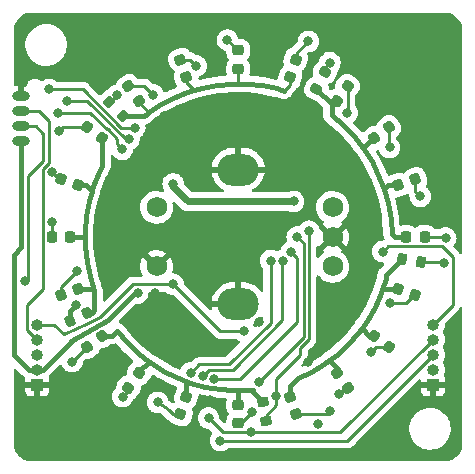
<source format=gtl>
%TF.GenerationSoftware,KiCad,Pcbnew,6.0.9-8da3e8f707~116~ubuntu22.04.1*%
%TF.CreationDate,2022-11-15T19:10:22-05:00*%
%TF.ProjectId,kicad_circular_tracks_test,6b696361-645f-4636-9972-63756c61725f,rev?*%
%TF.SameCoordinates,Original*%
%TF.FileFunction,Copper,L1,Top*%
%TF.FilePolarity,Positive*%
%FSLAX46Y46*%
G04 Gerber Fmt 4.6, Leading zero omitted, Abs format (unit mm)*
G04 Created by KiCad (PCBNEW 6.0.9-8da3e8f707~116~ubuntu22.04.1) date 2022-11-15 19:10:22*
%MOMM*%
%LPD*%
G01*
G04 APERTURE LIST*
G04 Aperture macros list*
%AMRoundRect*
0 Rectangle with rounded corners*
0 $1 Rounding radius*
0 $2 $3 $4 $5 $6 $7 $8 $9 X,Y pos of 4 corners*
0 Add a 4 corners polygon primitive as box body*
4,1,4,$2,$3,$4,$5,$6,$7,$8,$9,$2,$3,0*
0 Add four circle primitives for the rounded corners*
1,1,$1+$1,$2,$3*
1,1,$1+$1,$4,$5*
1,1,$1+$1,$6,$7*
1,1,$1+$1,$8,$9*
0 Add four rect primitives between the rounded corners*
20,1,$1+$1,$2,$3,$4,$5,0*
20,1,$1+$1,$4,$5,$6,$7,0*
20,1,$1+$1,$6,$7,$8,$9,0*
20,1,$1+$1,$8,$9,$2,$3,0*%
G04 Aperture macros list end*
%TA.AperFunction,SMDPad,CuDef*%
%ADD10RoundRect,0.218750X-0.176111X0.287229X-0.311306X-0.128858X0.176111X-0.287229X0.311306X0.128858X0*%
%TD*%
%TA.AperFunction,SMDPad,CuDef*%
%ADD11RoundRect,0.218750X0.256250X-0.218750X0.256250X0.218750X-0.256250X0.218750X-0.256250X-0.218750X0*%
%TD*%
%TA.AperFunction,SMDPad,CuDef*%
%ADD12RoundRect,0.218750X-0.256250X0.218750X-0.256250X-0.218750X0.256250X-0.218750X0.256250X0.218750X0*%
%TD*%
%TA.AperFunction,SMDPad,CuDef*%
%ADD13RoundRect,0.218750X-0.287229X-0.176111X0.128858X-0.311306X0.287229X0.176111X-0.128858X0.311306X0*%
%TD*%
%TA.AperFunction,SMDPad,CuDef*%
%ADD14RoundRect,0.218750X0.311306X-0.128858X0.176111X0.287229X-0.311306X0.128858X-0.176111X-0.287229X0*%
%TD*%
%TA.AperFunction,SMDPad,CuDef*%
%ADD15RoundRect,0.218750X0.327592X0.078733X-0.026352X0.335889X-0.327592X-0.078733X0.026352X-0.335889X0*%
%TD*%
%TA.AperFunction,SMDPad,CuDef*%
%ADD16RoundRect,0.218750X-0.128858X-0.311306X0.287229X-0.176111X0.128858X0.311306X-0.287229X0.176111X0*%
%TD*%
%TA.AperFunction,SMDPad,CuDef*%
%ADD17RoundRect,0.218750X0.287229X0.176111X-0.128858X0.311306X-0.287229X-0.176111X0.128858X-0.311306X0*%
%TD*%
%TA.AperFunction,SMDPad,CuDef*%
%ADD18RoundRect,0.218750X0.335889X-0.026352X0.078733X0.327592X-0.335889X0.026352X-0.078733X-0.327592X0*%
%TD*%
%TA.AperFunction,SMDPad,CuDef*%
%ADD19RoundRect,0.200000X-0.065042X-0.333758X0.297482X-0.164711X0.065042X0.333758X-0.297482X0.164711X0*%
%TD*%
%TA.AperFunction,SMDPad,CuDef*%
%ADD20RoundRect,0.218750X-0.335889X0.026352X-0.078733X-0.327592X0.335889X-0.026352X0.078733X0.327592X0*%
%TD*%
%TA.AperFunction,SMDPad,CuDef*%
%ADD21RoundRect,0.200000X0.302901X-0.154518X0.240327X0.240557X-0.302901X0.154518X-0.240327X-0.240557X0*%
%TD*%
%TA.AperFunction,SMDPad,CuDef*%
%ADD22RoundRect,0.218750X0.128858X0.311306X-0.287229X0.176111X-0.128858X-0.311306X0.287229X-0.176111X0*%
%TD*%
%TA.AperFunction,SMDPad,CuDef*%
%ADD23O,1.500000X0.800000*%
%TD*%
%TA.AperFunction,SMDPad,CuDef*%
%ADD24RoundRect,0.218750X-0.327592X-0.078733X0.026352X-0.335889X0.327592X0.078733X-0.026352X0.335889X0*%
%TD*%
%TA.AperFunction,SMDPad,CuDef*%
%ADD25RoundRect,0.200000X0.240557X0.240327X-0.154518X0.302901X-0.240557X-0.240327X0.154518X-0.302901X0*%
%TD*%
%TA.AperFunction,SMDPad,CuDef*%
%ADD26RoundRect,0.218750X-0.218750X-0.256250X0.218750X-0.256250X0.218750X0.256250X-0.218750X0.256250X0*%
%TD*%
%TA.AperFunction,SMDPad,CuDef*%
%ADD27RoundRect,0.218750X0.176111X-0.287229X0.311306X0.128858X-0.176111X0.287229X-0.311306X-0.128858X0*%
%TD*%
%TA.AperFunction,SMDPad,CuDef*%
%ADD28RoundRect,0.218750X0.026352X0.335889X-0.327592X0.078733X-0.026352X-0.335889X0.327592X-0.078733X0*%
%TD*%
%TA.AperFunction,SMDPad,CuDef*%
%ADD29RoundRect,0.200000X-0.154229X0.303049X-0.335825X-0.053354X0.154229X-0.303049X0.335825X0.053354X0*%
%TD*%
%TA.AperFunction,SMDPad,CuDef*%
%ADD30RoundRect,0.218750X0.078733X-0.327592X0.335889X0.026352X-0.078733X0.327592X-0.335889X-0.026352X0*%
%TD*%
%TA.AperFunction,SMDPad,CuDef*%
%ADD31RoundRect,0.200000X-0.335876X-0.053033X-0.053033X-0.335876X0.335876X0.053033X0.053033X0.335876X0*%
%TD*%
%TA.AperFunction,SMDPad,CuDef*%
%ADD32RoundRect,0.218750X0.218750X0.256250X-0.218750X0.256250X-0.218750X-0.256250X0.218750X-0.256250X0*%
%TD*%
%TA.AperFunction,SMDPad,CuDef*%
%ADD33RoundRect,0.218750X-0.026352X-0.335889X0.327592X-0.078733X0.026352X0.335889X-0.327592X0.078733X0*%
%TD*%
%TA.AperFunction,SMDPad,CuDef*%
%ADD34RoundRect,0.218750X-0.311306X0.128858X-0.176111X-0.287229X0.311306X-0.128858X0.176111X0.287229X0*%
%TD*%
%TA.AperFunction,SMDPad,CuDef*%
%ADD35RoundRect,0.218750X-0.078733X0.327592X-0.335889X-0.026352X0.078733X-0.327592X0.335889X0.026352X0*%
%TD*%
%TA.AperFunction,ComponentPad*%
%ADD36C,1.750000*%
%TD*%
%TA.AperFunction,ComponentPad*%
%ADD37O,3.500000X2.700000*%
%TD*%
%TA.AperFunction,ComponentPad*%
%ADD38R,1.000000X1.000000*%
%TD*%
%TA.AperFunction,ComponentPad*%
%ADD39O,1.000000X1.000000*%
%TD*%
%TA.AperFunction,ViaPad*%
%ADD40C,0.800000*%
%TD*%
%TA.AperFunction,Conductor*%
%ADD41C,0.400000*%
%TD*%
%TA.AperFunction,Conductor*%
%ADD42C,0.250000*%
%TD*%
%TA.AperFunction,Conductor*%
%ADD43C,0.600000*%
%TD*%
G04 APERTURE END LIST*
D10*
%TO.P,D12,1,K*%
%TO.N,E*%
X154878605Y-84985195D03*
%TO.P,D12,2,A*%
%TO.N,/C_Col*%
X154391903Y-86483109D03*
%TD*%
D11*
%TO.P,D1,1,K*%
%TO.N,B*%
X150000000Y-115787500D03*
%TO.P,D1,2,A*%
%TO.N,/A_Col*%
X150000000Y-114212500D03*
%TD*%
D12*
%TO.P,D11,1,K*%
%TO.N,D*%
X150000000Y-84212500D03*
%TO.P,D11,2,A*%
%TO.N,/C_Col*%
X150000000Y-85787500D03*
%TD*%
D13*
%TO.P,D7,1,K*%
%TO.N,D*%
X134985195Y-95121394D03*
%TO.P,D7,2,A*%
%TO.N,/B_Col*%
X136483109Y-95608096D03*
%TD*%
D14*
%TO.P,D20,1,K*%
%TO.N,D*%
X154878605Y-115014804D03*
%TO.P,D20,2,A*%
%TO.N,/E_Col*%
X154391903Y-113516890D03*
%TD*%
D15*
%TO.P,D18,1,K*%
%TO.N,B*%
X162772355Y-109279659D03*
%TO.P,D18,2,A*%
%TO.N,/E_Col*%
X161498153Y-108353897D03*
%TD*%
D16*
%TO.P,D5,1,K*%
%TO.N,A*%
X134985195Y-104878605D03*
%TO.P,D5,2,A*%
%TO.N,/B_Col*%
X136483109Y-104391903D03*
%TD*%
D17*
%TO.P,D17,1,K*%
%TO.N,A*%
X165014804Y-104878605D03*
%TO.P,D17,2,A*%
%TO.N,/E_Col*%
X163516890Y-104391903D03*
%TD*%
D18*
%TO.P,D19,1,K*%
%TO.N,C*%
X159279659Y-112772355D03*
%TO.P,D19,2,A*%
%TO.N,/E_Col*%
X158353897Y-111498153D03*
%TD*%
D19*
%TO.P,R2,1*%
%TO.N,B*%
X135750000Y-107098660D03*
%TO.P,R2,2*%
%TO.N,/B_Col*%
X137245408Y-106401340D03*
%TD*%
D20*
%TO.P,D9,1,K*%
%TO.N,A*%
X140720340Y-87227644D03*
%TO.P,D9,2,A*%
%TO.N,/C_Col*%
X141646102Y-88501846D03*
%TD*%
D21*
%TO.P,R1,1*%
%TO.N,A*%
X152379058Y-115564843D03*
%TO.P,R1,2*%
%TO.N,/A_Col*%
X152120942Y-113935157D03*
%TD*%
D22*
%TO.P,D15,1,K*%
%TO.N,C*%
X165014804Y-95121394D03*
%TO.P,D15,2,A*%
%TO.N,/D_Col*%
X163516890Y-95608096D03*
%TD*%
D23*
%TO.P,J3,1,Vcc*%
%TO.N,+3.3V*%
X131631000Y-91905000D03*
%TO.P,J3,3*%
%TO.N,I2C_SCL*%
X131631000Y-90635000D03*
%TO.P,J3,5*%
%TO.N,I2C_SDA*%
X131631000Y-89365000D03*
%TO.P,J3,7,GND*%
%TO.N,GND*%
X131631000Y-88095000D03*
%TD*%
D24*
%TO.P,D8,1,K*%
%TO.N,E*%
X137227644Y-90720340D03*
%TO.P,D8,2,A*%
%TO.N,/B_Col*%
X138501846Y-91646102D03*
%TD*%
D25*
%TO.P,R5,1*%
%TO.N,E*%
X165489843Y-102129058D03*
%TO.P,R5,2*%
%TO.N,/E_Col*%
X163860157Y-101870942D03*
%TD*%
D26*
%TO.P,D6,1,K*%
%TO.N,C*%
X134212500Y-100000000D03*
%TO.P,D6,2,A*%
%TO.N,/B_Col*%
X135787500Y-100000000D03*
%TD*%
D27*
%TO.P,D2,1,K*%
%TO.N,C*%
X145121394Y-115014804D03*
%TO.P,D2,2,A*%
%TO.N,/A_Col*%
X145608096Y-113516890D03*
%TD*%
D28*
%TO.P,D14,1,K*%
%TO.N,B*%
X162772355Y-90720340D03*
%TO.P,D14,2,A*%
%TO.N,/D_Col*%
X161498153Y-91646102D03*
%TD*%
D29*
%TO.P,R4,1*%
%TO.N,D*%
X157374542Y-86014920D03*
%TO.P,R4,2*%
%TO.N,/D_Col*%
X156625458Y-87485080D03*
%TD*%
D30*
%TO.P,D3,1,K*%
%TO.N,D*%
X140720340Y-112772355D03*
%TO.P,D3,2,A*%
%TO.N,/A_Col*%
X141646102Y-111498153D03*
%TD*%
D31*
%TO.P,R3,1*%
%TO.N,C*%
X139083274Y-88583274D03*
%TO.P,R3,2*%
%TO.N,/C_Col*%
X140250000Y-89750000D03*
%TD*%
D32*
%TO.P,D16,1,K*%
%TO.N,E*%
X165787500Y-100000000D03*
%TO.P,D16,2,A*%
%TO.N,/D_Col*%
X164212500Y-100000000D03*
%TD*%
D33*
%TO.P,D4,1,K*%
%TO.N,E*%
X137227644Y-109279659D03*
%TO.P,D4,2,A*%
%TO.N,/A_Col*%
X138501846Y-108353897D03*
%TD*%
D34*
%TO.P,D10,1,K*%
%TO.N,B*%
X145121394Y-84985195D03*
%TO.P,D10,2,A*%
%TO.N,/C_Col*%
X145608096Y-86483109D03*
%TD*%
D35*
%TO.P,D13,1,K*%
%TO.N,A*%
X159279659Y-87227644D03*
%TO.P,D13,2,A*%
%TO.N,/D_Col*%
X158353897Y-88501846D03*
%TD*%
D36*
%TO.P,S1,1,SW1*%
%TO.N,ENC_SW_RAW*%
X143100000Y-97500000D03*
%TO.P,S1,2,SW2*%
%TO.N,GND*%
X143100000Y-102500000D03*
%TO.P,S1,3,A*%
%TO.N,ENC_A_RAW*%
X158000000Y-102500000D03*
%TO.P,S1,4,COMM*%
%TO.N,GND*%
X158000000Y-100000000D03*
%TO.P,S1,5,B*%
%TO.N,ENC_B_RAW*%
X158000000Y-97500000D03*
D37*
%TO.P,S1,6,GND*%
%TO.N,GND*%
X150000000Y-94300000D03*
X150000000Y-105700000D03*
%TD*%
D38*
%TO.P,J4,1,Pin_1*%
%TO.N,GND*%
X133000000Y-112500000D03*
D39*
%TO.P,J4,2,Pin_2*%
%TO.N,+3.3V*%
X133000000Y-111230000D03*
%TO.P,J4,3,Pin_3*%
%TO.N,I2C_SCL*%
X133000000Y-109960000D03*
%TO.P,J4,4,Pin_4*%
%TO.N,I2C_SDA*%
X133000000Y-108690000D03*
%TO.P,J4,5,Pin_5*%
%TO.N,INT*%
X133000000Y-107420000D03*
%TD*%
D38*
%TO.P,J1,1,Pin_1*%
%TO.N,GND*%
X166500000Y-112500000D03*
D39*
%TO.P,J1,2,Pin_2*%
%TO.N,+3.3V*%
X166500000Y-111230000D03*
%TO.P,J1,3,Pin_3*%
%TO.N,I2C_SCL*%
X166500000Y-109960000D03*
%TO.P,J1,4,Pin_4*%
%TO.N,I2C_SDA*%
X166500000Y-108690000D03*
%TO.P,J1,5,Pin_5*%
%TO.N,INT*%
X166500000Y-107420000D03*
%TD*%
D40*
%TO.N,A*%
X153250000Y-113500000D03*
X142822754Y-87979752D03*
X136326396Y-102923604D03*
X156000000Y-99500000D03*
X162825273Y-105575273D03*
X159243935Y-89506065D03*
%TO.N,B*%
X161246763Y-109746763D03*
X146459489Y-85526787D03*
X136265922Y-105734078D03*
X151157645Y-114842355D03*
X155000000Y-100000000D03*
X151750000Y-112250000D03*
X162821488Y-92428512D03*
%TO.N,C*%
X143200000Y-114000000D03*
X152750000Y-102000000D03*
X134267089Y-98767089D03*
X165421170Y-96561033D03*
X139748788Y-87998788D03*
X158531054Y-113281054D03*
X146000000Y-111500000D03*
%TO.N,GND*%
X141250000Y-93250000D03*
X143500000Y-94250000D03*
X151800000Y-107200000D03*
X161100000Y-101900000D03*
X155900000Y-110600000D03*
X147600000Y-113800000D03*
X146500000Y-109800000D03*
X143750000Y-89750000D03*
X154500000Y-95300000D03*
X143000000Y-104750000D03*
X156800000Y-115800000D03*
X131750000Y-87000000D03*
X146500000Y-116500000D03*
X150000000Y-88250000D03*
%TO.N,+3.3V*%
X141500000Y-104750000D03*
X154700000Y-97000000D03*
X144500000Y-95500000D03*
%TO.N,D*%
X157765710Y-85234290D03*
X149085034Y-83335034D03*
X153800000Y-102000000D03*
X134235653Y-94488717D03*
X147000000Y-111750000D03*
X157771113Y-114771113D03*
X140222278Y-113527722D03*
%TO.N,E*%
X134861405Y-91023268D03*
X167441220Y-102191220D03*
X148000000Y-112000000D03*
X135936128Y-110563872D03*
X154500000Y-101250000D03*
X155944075Y-83444075D03*
X167583282Y-100083282D03*
%TO.N,I2C_SDA*%
X147500000Y-115325999D03*
X151113233Y-116525500D03*
%TO.N,I2C_SCL*%
X148500000Y-117250000D03*
X132000000Y-103750000D03*
%TO.N,SWDIO*%
X141250000Y-90750000D03*
X134000000Y-87500000D03*
%TO.N,INT*%
X144500000Y-104000000D03*
X162250000Y-101250000D03*
X150500000Y-108000000D03*
%TO.N,SWCLK*%
X135500000Y-88500000D03*
X140750000Y-91750000D03*
%TO.N,~{RESET}*%
X134750000Y-89500000D03*
X140195576Y-92581637D03*
%TD*%
D41*
%TO.N,/B_Col*%
X137832772Y-106167228D02*
X137598660Y-106401340D01*
X137108096Y-95608096D02*
X137610313Y-96110313D01*
X137168062Y-102083428D02*
X137024605Y-100799021D01*
X137015020Y-99984980D02*
X137009389Y-99506717D01*
X137363010Y-96949460D02*
X137610313Y-96110313D01*
X137608097Y-104391903D02*
X137733082Y-104266918D01*
X136483109Y-95608096D02*
X137108096Y-95608096D01*
X137832772Y-104577977D02*
X137733082Y-104266918D01*
X138501846Y-93979028D02*
X138490437Y-93990437D01*
X135787500Y-100000000D02*
X137000000Y-100000000D01*
X137122563Y-98219289D02*
X137363010Y-96949460D01*
X137832772Y-104577977D02*
X137832772Y-106167228D01*
X137610313Y-96110313D02*
X137728353Y-95709780D01*
X137009389Y-99506717D02*
X137122563Y-98219289D01*
X137733082Y-104266918D02*
X137438341Y-103347243D01*
X137438341Y-103347243D02*
X137168062Y-102083428D01*
X137024605Y-100799021D02*
X137015020Y-99984980D01*
X137000000Y-100000000D02*
X137015020Y-99984980D01*
X136483109Y-104391903D02*
X137608097Y-104391903D01*
X137728353Y-95709780D02*
X138214980Y-94512502D01*
X138501846Y-91646102D02*
X138501846Y-93979028D01*
X138214980Y-94512502D02*
X138490437Y-93990437D01*
X137598660Y-106401340D02*
X137245408Y-106401340D01*
%TO.N,/C_Col*%
X152044314Y-87161772D02*
X153308947Y-87428199D01*
D42*
X145608096Y-86483109D02*
X145608096Y-86858096D01*
D41*
X142065324Y-89750000D02*
X140250000Y-89750000D01*
X145672403Y-87741484D02*
X146303425Y-87553425D01*
D42*
X150000000Y-85787500D02*
X150000000Y-87000000D01*
D41*
X142260084Y-89555240D02*
X142065324Y-89750000D01*
D42*
X154391903Y-87108097D02*
X153888127Y-87611873D01*
X145608096Y-86858096D02*
X146303425Y-87553425D01*
D41*
X142437177Y-89437177D02*
X143335415Y-88838342D01*
X149467132Y-87010952D02*
X149984533Y-87015467D01*
X143335415Y-88838342D02*
X144476614Y-88231758D01*
D42*
X154391903Y-86483109D02*
X154391903Y-87108097D01*
D41*
X142260084Y-89555240D02*
X142437177Y-89437177D01*
X146303425Y-87553425D02*
X146910964Y-87372365D01*
X150759476Y-87022230D02*
X152044314Y-87161772D01*
X146910964Y-87372365D02*
X148180054Y-87128049D01*
D42*
X141646102Y-88646102D02*
X142437177Y-89437177D01*
X141646102Y-88501846D02*
X141646102Y-88646102D01*
D41*
X153308947Y-87428199D02*
X153888127Y-87611873D01*
D42*
X150000000Y-87000000D02*
X149984533Y-87015467D01*
D41*
X149984533Y-87015467D02*
X150759476Y-87022230D01*
X144476614Y-88231758D02*
X145672403Y-87741484D01*
X148180054Y-87128049D02*
X149467132Y-87010952D01*
D42*
%TO.N,A*%
X153250000Y-112000000D02*
X153250000Y-113500000D01*
X159279659Y-87227644D02*
X159279659Y-89470341D01*
X155250000Y-109386424D02*
X155250000Y-110000000D01*
X140720340Y-87227644D02*
X142070646Y-87227644D01*
X156000009Y-108636415D02*
X155250000Y-109386424D01*
X153250000Y-114250000D02*
X153250000Y-113500000D01*
X164174727Y-105575273D02*
X162825273Y-105575273D01*
X164871395Y-104878605D02*
X164174727Y-105575273D01*
X142070646Y-87227644D02*
X142822754Y-87979752D01*
X156000000Y-99500000D02*
X156000009Y-99500009D01*
X134985195Y-104264805D02*
X136326396Y-102923604D01*
X156000009Y-99500009D02*
X156000009Y-108636415D01*
X155250000Y-110000000D02*
X153250000Y-112000000D01*
X159279659Y-89470341D02*
X159243935Y-89506065D01*
X152379058Y-115120942D02*
X153250000Y-114250000D01*
X134985195Y-104878605D02*
X134985195Y-104264805D01*
X152379058Y-115564843D02*
X152379058Y-115120942D01*
%TO.N,B*%
X150212500Y-115787500D02*
X151157645Y-114842355D01*
X162772355Y-109279659D02*
X161713867Y-109279659D01*
X161713867Y-109279659D02*
X161246763Y-109746763D01*
X145917897Y-84985195D02*
X146459489Y-85526787D01*
X162772355Y-90720340D02*
X162772355Y-92379379D01*
X145121394Y-84985195D02*
X145917897Y-84985195D01*
D41*
X135750000Y-107098660D02*
X135750000Y-106250000D01*
D42*
X155000000Y-100000000D02*
X155549989Y-100549989D01*
X162772355Y-92379379D02*
X162821488Y-92428512D01*
X155549989Y-100549989D02*
X155549989Y-108450011D01*
X155549989Y-108450011D02*
X151750000Y-112250000D01*
D41*
X135750000Y-106250000D02*
X136265922Y-105734078D01*
D42*
%TO.N,C*%
X159039753Y-112772355D02*
X158531054Y-113281054D01*
X165014804Y-95121394D02*
X165014804Y-96154667D01*
X152750000Y-107275305D02*
X152750000Y-102000000D01*
X144141768Y-114641768D02*
X144108232Y-114641768D01*
X144108232Y-114641768D02*
X144481268Y-115014804D01*
X144481268Y-115014804D02*
X145121394Y-115014804D01*
X143200000Y-114000000D02*
X144141768Y-114641768D01*
X139083274Y-88583274D02*
X139164302Y-88583274D01*
X149225305Y-110800000D02*
X152750000Y-107275305D01*
X146000000Y-111500000D02*
X146700000Y-110800000D01*
X146700000Y-110800000D02*
X149225305Y-110800000D01*
X165014804Y-96154667D02*
X165421170Y-96561033D01*
X139164302Y-88583274D02*
X139748788Y-87998788D01*
X134212500Y-100000000D02*
X134212500Y-98821678D01*
X134212500Y-98821678D02*
X134267089Y-98767089D01*
D41*
%TO.N,/D_Col*%
X157921023Y-88780645D02*
X156625458Y-87485080D01*
X164212500Y-100000000D02*
X163263731Y-100000000D01*
X157921023Y-89691911D02*
X158905392Y-90529346D01*
X163516890Y-95608096D02*
X162661159Y-95608096D01*
X158905392Y-90529346D02*
X159801747Y-91460383D01*
X160601227Y-92475820D02*
X161295931Y-93565621D01*
X161430945Y-91646102D02*
X160601227Y-92475820D01*
X161878994Y-94719015D02*
X162344652Y-95924603D01*
X162906552Y-98444302D02*
X162997241Y-99733510D01*
X162661159Y-95608096D02*
X162344652Y-95924603D01*
X162344652Y-95924603D02*
X162688304Y-97170470D01*
X157921023Y-88934720D02*
X158353897Y-88501846D01*
X159801747Y-91460383D02*
X160601227Y-92475820D01*
X163263731Y-100000000D02*
X162997241Y-99733510D01*
X161295931Y-93565621D02*
X161878994Y-94719015D01*
X162688304Y-97170470D02*
X162906552Y-98444302D01*
X157921023Y-89691911D02*
X157921023Y-88780645D01*
D42*
%TO.N,GND*%
X131631000Y-88095000D02*
X131631000Y-87119000D01*
X131631000Y-87119000D02*
X131750000Y-87000000D01*
D41*
%TO.N,+3.3V*%
X131631000Y-100869000D02*
X131000000Y-101500000D01*
X139000000Y-107000000D02*
X141250000Y-104750000D01*
X133502793Y-111230000D02*
X135851852Y-108880941D01*
X135851852Y-108851852D02*
X139000000Y-107000000D01*
D43*
X154700000Y-97000000D02*
X145750000Y-97000000D01*
X145750000Y-97000000D02*
X144500000Y-95750000D01*
D41*
X131631000Y-91905000D02*
X131631000Y-100869000D01*
X135851852Y-108880941D02*
X135851852Y-108851852D01*
D43*
X144500000Y-95750000D02*
X144500000Y-95500000D01*
D41*
X141250000Y-104750000D02*
X141500000Y-104750000D01*
X133000000Y-111230000D02*
X133502793Y-111230000D01*
X131000000Y-109962106D02*
X132267894Y-111230000D01*
X131000000Y-101500000D02*
X131000000Y-109962106D01*
X132267894Y-111230000D02*
X133000000Y-111230000D01*
D42*
%TO.N,D*%
X153750000Y-107050000D02*
X149550000Y-111250000D01*
X153750000Y-102000000D02*
X153800000Y-102000000D01*
X153750000Y-102000000D02*
X153750000Y-107050000D01*
X154878605Y-115014804D02*
X157527422Y-115014804D01*
X149962500Y-84212500D02*
X149085034Y-83335034D01*
X157374542Y-85625458D02*
X157765710Y-85234290D01*
X147500000Y-111250000D02*
X147000000Y-111750000D01*
X157374542Y-86014920D02*
X157374542Y-85625458D01*
X149550000Y-111250000D02*
X147500000Y-111250000D01*
X140720340Y-113029660D02*
X140222278Y-113527722D01*
X134868330Y-95121394D02*
X134235653Y-94488717D01*
X157527422Y-115014804D02*
X157771113Y-114771113D01*
%TO.N,E*%
X155000000Y-101750000D02*
X155000000Y-102000000D01*
X150200000Y-112000000D02*
X155000000Y-107200000D01*
X137227644Y-90720340D02*
X135164333Y-90720340D01*
X154878605Y-84509545D02*
X155944075Y-83444075D01*
X155000000Y-107200000D02*
X155000000Y-102000000D01*
X165489843Y-102129058D02*
X167379058Y-102129058D01*
X154500000Y-101250000D02*
X155000000Y-101750000D01*
X135164333Y-90720340D02*
X134861405Y-91023268D01*
X137220341Y-109279659D02*
X135936128Y-110563872D01*
X167379058Y-102129058D02*
X167441220Y-102191220D01*
X148000000Y-112000000D02*
X150200000Y-112000000D01*
X165787500Y-100000000D02*
X167500000Y-100000000D01*
X167500000Y-100000000D02*
X167583282Y-100083282D01*
X154878605Y-84985195D02*
X154878605Y-84509545D01*
D41*
%TO.N,/E_Col*%
X160143547Y-108130667D02*
X159286109Y-109097662D01*
X156201468Y-111425457D02*
X155036364Y-111984754D01*
X157305281Y-110753239D02*
X156201468Y-111425457D01*
X162501327Y-103565964D02*
X162200669Y-104450669D01*
X163516890Y-104391903D02*
X162259435Y-104391903D01*
X159286109Y-109097662D02*
X158336893Y-109974743D01*
X157703059Y-110453059D02*
X157305281Y-110753239D01*
X154391903Y-113516890D02*
X154391903Y-112629215D01*
X158353897Y-111103897D02*
X157703059Y-110453059D01*
X161550182Y-105965951D02*
X160900732Y-107083312D01*
X161498153Y-108353897D02*
X161103897Y-108353897D01*
X158336893Y-109974743D02*
X157703059Y-110453059D01*
X154391903Y-112629215D02*
X155036364Y-111984754D01*
X162085477Y-104789627D02*
X161550182Y-105965951D01*
X162501327Y-103229772D02*
X163860157Y-101870942D01*
X162501327Y-103565964D02*
X162501327Y-103229772D01*
X160900732Y-107083312D02*
X160452843Y-107702843D01*
X162259435Y-104391903D02*
X162200669Y-104450669D01*
X161103897Y-108353897D02*
X160452843Y-107702843D01*
X162200669Y-104450669D02*
X162085477Y-104789627D01*
X158353897Y-111498153D02*
X158353897Y-111103897D01*
X160452843Y-107702843D02*
X160143547Y-108130667D01*
%TO.N,/A_Col*%
X145608096Y-113516890D02*
X145608096Y-112391904D01*
X150254390Y-112978146D02*
X150263122Y-112986878D01*
X144755240Y-111895032D02*
X143600074Y-111315487D01*
X149773119Y-112997993D02*
X149478146Y-112978146D01*
X151290795Y-112935731D02*
X151290795Y-113105010D01*
X142433953Y-110566047D02*
X141490292Y-109827725D01*
X139314599Y-108353897D02*
X139716097Y-107952399D01*
X145608096Y-112391904D02*
X145731357Y-112268643D01*
X147209150Y-112696867D02*
X145962241Y-112357014D01*
X141646102Y-111353898D02*
X142433953Y-110566047D01*
X150000000Y-112999973D02*
X150000000Y-114212500D01*
X138501846Y-108353897D02*
X139314599Y-108353897D01*
X149478146Y-112978146D02*
X148483641Y-112911233D01*
X143600074Y-111315487D02*
X142508161Y-110624107D01*
X151290795Y-113105010D02*
X152120942Y-113935157D01*
X150263122Y-112986878D02*
X150000000Y-112999973D01*
X151290795Y-112935731D02*
X150263122Y-112986878D01*
X140556528Y-108934212D02*
X139716097Y-107952399D01*
X149478146Y-112978146D02*
X150254390Y-112978146D01*
X141490292Y-109827725D02*
X140556528Y-108934212D01*
X145731357Y-112268643D02*
X144755240Y-111895032D01*
X145962241Y-112357014D02*
X145731357Y-112268643D01*
X142508161Y-110624107D02*
X142433953Y-110566047D01*
X148483641Y-112911233D02*
X147209150Y-112696867D01*
D42*
%TO.N,I2C_SDA*%
X133115000Y-89365000D02*
X131631000Y-89365000D01*
X132150000Y-105750000D02*
X133450000Y-104450000D01*
X148724001Y-116550000D02*
X151088733Y-116550000D01*
X132160000Y-107350000D02*
X132160000Y-107850000D01*
X133450000Y-94249065D02*
X133949501Y-93749564D01*
X147500000Y-115325999D02*
X148724001Y-116550000D01*
X133949501Y-90199501D02*
X133115000Y-89365000D01*
X151088733Y-116550000D02*
X151113233Y-116525500D01*
X132160000Y-107350000D02*
X132150000Y-107350000D01*
X166500000Y-108690000D02*
X158664500Y-116525500D01*
X132160000Y-107850000D02*
X133000000Y-108690000D01*
X133450000Y-104450000D02*
X133450000Y-94249065D01*
X133949501Y-93749564D02*
X133949501Y-90199501D01*
X132150000Y-107350000D02*
X132150000Y-105750000D01*
X158664500Y-116525500D02*
X151113233Y-116525500D01*
%TO.N,I2C_SCL*%
X133500000Y-91250000D02*
X132885000Y-90635000D01*
X133500000Y-93563375D02*
X133500000Y-91250000D01*
X162000000Y-114460000D02*
X162000000Y-114500000D01*
X132250000Y-103750000D02*
X132250000Y-94813375D01*
X132885000Y-90635000D02*
X131631000Y-90635000D01*
X148500000Y-117250000D02*
X159250000Y-117250000D01*
X162000000Y-114500000D02*
X159500000Y-117000000D01*
X132250000Y-94813375D02*
X133500000Y-93563375D01*
X159250000Y-117250000D02*
X159500000Y-117000000D01*
X166500000Y-109960000D02*
X162000000Y-114460000D01*
%TO.N,SWDIO*%
X136868629Y-87500000D02*
X140118629Y-90750000D01*
X140118629Y-90750000D02*
X141250000Y-90750000D01*
X134000000Y-87500000D02*
X136868629Y-87500000D01*
%TO.N,INT*%
X168166220Y-101666220D02*
X168166220Y-105753780D01*
X135250000Y-108250000D02*
X134420000Y-107420000D01*
X162700000Y-100800000D02*
X167300000Y-100800000D01*
X141086306Y-104000000D02*
X144500000Y-104000000D01*
X168166220Y-105753780D02*
X166500000Y-107420000D01*
X167300000Y-100800000D02*
X168166220Y-101666220D01*
X148500000Y-108000000D02*
X150500000Y-108000000D01*
X162250000Y-101250000D02*
X162700000Y-100800000D01*
X138326298Y-106760008D02*
X141086306Y-104000000D01*
X144500000Y-104000000D02*
X148500000Y-108000000D01*
X137313811Y-107300499D02*
X138326298Y-106760008D01*
X135250000Y-108250000D02*
X137313811Y-107300499D01*
X134420000Y-107420000D02*
X133000000Y-107420000D01*
%TO.N,SWCLK*%
X137232939Y-88500000D02*
X135500000Y-88500000D01*
X140482939Y-91750000D02*
X137232939Y-88500000D01*
X140750000Y-91750000D02*
X140482939Y-91750000D01*
%TO.N,~{RESET}*%
X138970411Y-90899002D02*
X139775500Y-91704091D01*
X137478620Y-89500000D02*
X138877622Y-90899002D01*
X134750000Y-89500000D02*
X137478620Y-89500000D01*
X139775500Y-91704091D02*
X139775500Y-92161561D01*
X138877622Y-90899002D02*
X138970411Y-90899002D01*
X139775500Y-92161561D02*
X140195576Y-92581637D01*
%TD*%
%TA.AperFunction,Conductor*%
%TO.N,GND*%
G36*
X168941297Y-105957674D02*
G01*
X168983681Y-106014631D01*
X168991500Y-106058326D01*
X168991500Y-117450633D01*
X168990000Y-117470018D01*
X168987690Y-117484851D01*
X168987690Y-117484855D01*
X168986309Y-117493724D01*
X168988136Y-117507693D01*
X168988304Y-117508976D01*
X168989047Y-117534302D01*
X168978224Y-117685637D01*
X168976962Y-117703279D01*
X168974404Y-117721064D01*
X168938101Y-117887949D01*
X168933001Y-117911392D01*
X168927937Y-117928641D01*
X168859864Y-118111150D01*
X168852396Y-118127502D01*
X168759048Y-118298458D01*
X168749328Y-118313582D01*
X168632598Y-118469514D01*
X168620825Y-118483100D01*
X168483100Y-118620825D01*
X168469514Y-118632598D01*
X168313582Y-118749328D01*
X168298458Y-118759048D01*
X168127502Y-118852396D01*
X168111150Y-118859864D01*
X167928641Y-118927937D01*
X167911393Y-118933001D01*
X167721064Y-118974404D01*
X167703285Y-118976961D01*
X167541395Y-118988540D01*
X167523435Y-118987793D01*
X167515155Y-118987692D01*
X167506276Y-118986309D01*
X167474714Y-118990436D01*
X167458379Y-118991500D01*
X132549367Y-118991500D01*
X132529982Y-118990000D01*
X132515149Y-118987690D01*
X132515145Y-118987690D01*
X132506276Y-118986309D01*
X132491019Y-118988304D01*
X132465698Y-118989047D01*
X132296715Y-118976961D01*
X132278936Y-118974404D01*
X132088607Y-118933001D01*
X132071359Y-118927937D01*
X131888850Y-118859864D01*
X131872498Y-118852396D01*
X131701542Y-118759048D01*
X131686418Y-118749328D01*
X131530486Y-118632598D01*
X131516900Y-118620825D01*
X131379175Y-118483100D01*
X131367402Y-118469514D01*
X131250672Y-118313582D01*
X131240952Y-118298458D01*
X131147604Y-118127502D01*
X131140136Y-118111150D01*
X131072063Y-117928641D01*
X131066999Y-117911392D01*
X131061899Y-117887949D01*
X131025596Y-117721064D01*
X131023038Y-117703278D01*
X131021777Y-117685637D01*
X131011719Y-117545011D01*
X131012805Y-117522245D01*
X131012334Y-117522203D01*
X131012770Y-117517345D01*
X131013576Y-117512552D01*
X131013729Y-117500000D01*
X131009773Y-117472376D01*
X131008500Y-117454514D01*
X131008500Y-113044669D01*
X131992001Y-113044669D01*
X131992371Y-113051490D01*
X131997895Y-113102352D01*
X132001521Y-113117604D01*
X132046676Y-113238054D01*
X132055214Y-113253649D01*
X132131715Y-113355724D01*
X132144276Y-113368285D01*
X132246351Y-113444786D01*
X132261946Y-113453324D01*
X132382394Y-113498478D01*
X132397649Y-113502105D01*
X132448514Y-113507631D01*
X132455328Y-113508000D01*
X132727885Y-113508000D01*
X132743124Y-113503525D01*
X132744329Y-113502135D01*
X132746000Y-113494452D01*
X132746000Y-113489884D01*
X133254000Y-113489884D01*
X133258475Y-113505123D01*
X133259865Y-113506328D01*
X133267548Y-113507999D01*
X133544669Y-113507999D01*
X133551490Y-113507629D01*
X133602352Y-113502105D01*
X133617604Y-113498479D01*
X133738054Y-113453324D01*
X133753649Y-113444786D01*
X133855724Y-113368285D01*
X133868285Y-113355724D01*
X133944786Y-113253649D01*
X133953324Y-113238054D01*
X133998478Y-113117606D01*
X134002105Y-113102351D01*
X134007631Y-113051486D01*
X134008000Y-113044672D01*
X134008000Y-112772115D01*
X134003525Y-112756876D01*
X134002135Y-112755671D01*
X133994452Y-112754000D01*
X133272115Y-112754000D01*
X133256876Y-112758475D01*
X133255671Y-112759865D01*
X133254000Y-112767548D01*
X133254000Y-113489884D01*
X132746000Y-113489884D01*
X132746000Y-112772115D01*
X132741525Y-112756876D01*
X132740135Y-112755671D01*
X132732452Y-112754000D01*
X132010116Y-112754000D01*
X131994877Y-112758475D01*
X131993672Y-112759865D01*
X131992001Y-112767548D01*
X131992001Y-113044669D01*
X131008500Y-113044669D01*
X131008500Y-111276766D01*
X131028502Y-111208645D01*
X131082158Y-111162152D01*
X131152432Y-111152048D01*
X131217012Y-111181542D01*
X131223595Y-111187671D01*
X131746444Y-111710520D01*
X131752298Y-111716785D01*
X131790333Y-111760385D01*
X131797439Y-111765379D01*
X131842613Y-111797128D01*
X131847908Y-111801061D01*
X131898176Y-111840476D01*
X131905092Y-111843599D01*
X131907378Y-111844983D01*
X131922044Y-111853348D01*
X131924413Y-111854618D01*
X131930633Y-111858990D01*
X131930634Y-111858991D01*
X131930635Y-111858991D01*
X131930116Y-111859729D01*
X131976124Y-111905042D01*
X131992000Y-111966268D01*
X131992000Y-112227885D01*
X131996475Y-112243124D01*
X131997865Y-112244329D01*
X132005548Y-112246000D01*
X133989884Y-112246000D01*
X134005123Y-112241525D01*
X134006328Y-112240135D01*
X134007999Y-112232452D01*
X134007999Y-111955331D01*
X134007629Y-111948510D01*
X134002105Y-111897648D01*
X133998479Y-111882397D01*
X133987284Y-111852534D01*
X133982101Y-111781727D01*
X134011186Y-111724489D01*
X134016224Y-111718834D01*
X134021209Y-111713554D01*
X134882084Y-110852679D01*
X134944396Y-110818653D01*
X135015211Y-110823718D01*
X135072047Y-110866265D01*
X135091011Y-110902837D01*
X135101601Y-110935428D01*
X135104904Y-110941150D01*
X135104905Y-110941151D01*
X135114718Y-110958148D01*
X135197088Y-111100816D01*
X135201506Y-111105723D01*
X135201507Y-111105724D01*
X135308326Y-111224359D01*
X135324875Y-111242738D01*
X135377952Y-111281301D01*
X135460809Y-111341500D01*
X135479376Y-111354990D01*
X135485404Y-111357674D01*
X135485406Y-111357675D01*
X135647809Y-111429981D01*
X135653840Y-111432666D01*
X135747241Y-111452519D01*
X135834184Y-111471000D01*
X135834189Y-111471000D01*
X135840641Y-111472372D01*
X136031615Y-111472372D01*
X136038067Y-111471000D01*
X136038072Y-111471000D01*
X136125015Y-111452519D01*
X136218416Y-111432666D01*
X136224447Y-111429981D01*
X136386850Y-111357675D01*
X136386852Y-111357674D01*
X136392880Y-111354990D01*
X136411448Y-111341500D01*
X136494304Y-111281301D01*
X136547381Y-111242738D01*
X136563930Y-111224359D01*
X136670749Y-111105724D01*
X136670750Y-111105723D01*
X136675168Y-111100816D01*
X136757538Y-110958148D01*
X136767351Y-110941151D01*
X136767352Y-110941150D01*
X136770655Y-110935428D01*
X136829670Y-110753800D01*
X136847035Y-110588578D01*
X136874048Y-110522922D01*
X136883250Y-110512654D01*
X137020155Y-110375749D01*
X137082467Y-110341723D01*
X137128852Y-110340378D01*
X137144779Y-110342887D01*
X137164673Y-110346020D01*
X137164676Y-110346020D01*
X137171907Y-110347159D01*
X137341001Y-110334296D01*
X137502603Y-110282878D01*
X137567625Y-110245110D01*
X137586885Y-110233923D01*
X137586888Y-110233921D01*
X137589665Y-110232308D01*
X138021797Y-109918346D01*
X138097654Y-109850226D01*
X138196252Y-109712251D01*
X138260465Y-109555295D01*
X138265933Y-109520574D01*
X138296288Y-109456395D01*
X138356523Y-109418815D01*
X138410000Y-109415710D01*
X138429715Y-109418815D01*
X138438876Y-109420258D01*
X138438877Y-109420258D01*
X138446109Y-109421397D01*
X138615203Y-109408534D01*
X138776805Y-109357116D01*
X138863867Y-109306546D01*
X139166788Y-109086461D01*
X139240850Y-109062397D01*
X139285687Y-109062397D01*
X139294257Y-109062689D01*
X139344375Y-109066106D01*
X139344379Y-109066106D01*
X139351951Y-109066622D01*
X139359428Y-109065317D01*
X139359429Y-109065317D01*
X139385907Y-109060696D01*
X139414902Y-109055635D01*
X139421420Y-109054674D01*
X139484841Y-109046999D01*
X139491942Y-109044316D01*
X139494551Y-109043675D01*
X139510861Y-109039212D01*
X139513397Y-109038447D01*
X139520883Y-109037140D01*
X139574226Y-109013724D01*
X139644640Y-109004659D01*
X139708779Y-109035102D01*
X139720590Y-109047162D01*
X140009050Y-109384149D01*
X140011558Y-109387173D01*
X140032952Y-109413818D01*
X140035937Y-109416674D01*
X140036694Y-109417399D01*
X140041099Y-109422055D01*
X140041153Y-109422002D01*
X140043782Y-109424723D01*
X140046255Y-109427612D01*
X140049055Y-109430181D01*
X140049056Y-109430182D01*
X140072284Y-109451493D01*
X140074197Y-109453285D01*
X140442238Y-109805461D01*
X140990175Y-110329779D01*
X140992994Y-110332563D01*
X141001320Y-110341047D01*
X141016924Y-110356948D01*
X141020164Y-110359483D01*
X141020174Y-110359492D01*
X141021013Y-110360148D01*
X141025846Y-110364332D01*
X141025895Y-110364274D01*
X141028780Y-110366719D01*
X141031531Y-110369352D01*
X141042464Y-110377542D01*
X141059795Y-110390525D01*
X141061892Y-110392131D01*
X141093480Y-110416845D01*
X141134806Y-110474574D01*
X141138361Y-110545482D01*
X141103016Y-110607055D01*
X141089275Y-110618468D01*
X141080179Y-110624992D01*
X141080176Y-110624995D01*
X141074589Y-110629002D01*
X141007415Y-110704000D01*
X140693453Y-111136132D01*
X140642358Y-111224359D01*
X140591223Y-111386050D01*
X140578655Y-111555167D01*
X140584184Y-111589879D01*
X140575145Y-111660298D01*
X140529471Y-111714652D01*
X140479572Y-111734129D01*
X140450706Y-111738727D01*
X140450705Y-111738727D01*
X140443474Y-111739879D01*
X140286630Y-111804365D01*
X140148827Y-111903204D01*
X140081653Y-111978202D01*
X139767691Y-112410334D01*
X139716596Y-112498561D01*
X139665461Y-112660252D01*
X139658019Y-112760398D01*
X139633023Y-112826850D01*
X139616677Y-112844696D01*
X139616369Y-112844973D01*
X139611025Y-112848856D01*
X139606604Y-112853766D01*
X139606603Y-112853767D01*
X139509079Y-112962079D01*
X139483238Y-112990778D01*
X139448188Y-113051486D01*
X139393742Y-113145790D01*
X139387751Y-113156166D01*
X139328736Y-113337794D01*
X139328046Y-113344355D01*
X139328046Y-113344357D01*
X139311466Y-113502105D01*
X139308774Y-113527722D01*
X139309464Y-113534287D01*
X139325232Y-113684308D01*
X139328736Y-113717650D01*
X139387751Y-113899278D01*
X139483238Y-114064666D01*
X139487656Y-114069573D01*
X139487657Y-114069574D01*
X139596024Y-114189928D01*
X139611025Y-114206588D01*
X139765526Y-114318840D01*
X139771554Y-114321524D01*
X139771556Y-114321525D01*
X139905823Y-114381304D01*
X139939990Y-114396516D01*
X140018844Y-114413277D01*
X140120334Y-114434850D01*
X140120339Y-114434850D01*
X140126791Y-114436222D01*
X140317765Y-114436222D01*
X140324217Y-114434850D01*
X140324222Y-114434850D01*
X140425712Y-114413277D01*
X140504566Y-114396516D01*
X140538733Y-114381304D01*
X140673000Y-114321525D01*
X140673002Y-114321524D01*
X140679030Y-114318840D01*
X140833531Y-114206588D01*
X140848532Y-114189928D01*
X140956899Y-114069574D01*
X140956900Y-114069573D01*
X140961318Y-114064666D01*
X141056805Y-113899278D01*
X141083474Y-113817199D01*
X141123547Y-113758593D01*
X141142222Y-113745933D01*
X141147286Y-113743126D01*
X141154050Y-113740345D01*
X141291853Y-113641506D01*
X141359027Y-113566508D01*
X141672989Y-113134376D01*
X141724084Y-113046149D01*
X141765312Y-112915783D01*
X141773010Y-112891443D01*
X141775219Y-112884458D01*
X141787787Y-112715341D01*
X141782258Y-112680628D01*
X141791297Y-112610210D01*
X141836971Y-112555856D01*
X141886870Y-112536379D01*
X141915736Y-112531781D01*
X141915737Y-112531781D01*
X141922968Y-112530629D01*
X142079812Y-112466143D01*
X142217615Y-112367304D01*
X142284789Y-112292306D01*
X142598751Y-111860174D01*
X142603567Y-111851859D01*
X142644182Y-111781727D01*
X142649846Y-111771947D01*
X142658367Y-111745005D01*
X142697977Y-111686087D01*
X142763154Y-111657937D01*
X142833204Y-111669493D01*
X142845903Y-111676544D01*
X143209026Y-111906466D01*
X143212324Y-111908628D01*
X143237203Y-111925500D01*
X143237208Y-111925503D01*
X143240616Y-111927814D01*
X143245247Y-111930138D01*
X143250821Y-111933291D01*
X143250858Y-111933224D01*
X143254182Y-111935058D01*
X143257386Y-111937087D01*
X143260810Y-111938716D01*
X143260812Y-111938717D01*
X143289264Y-111952252D01*
X143291638Y-111953412D01*
X144424798Y-112521916D01*
X144428309Y-112523747D01*
X144454726Y-112538057D01*
X144454732Y-112538060D01*
X144458358Y-112540024D01*
X144462210Y-112541498D01*
X144462216Y-112541501D01*
X144463183Y-112541871D01*
X144469053Y-112544459D01*
X144469083Y-112544389D01*
X144472576Y-112545886D01*
X144475965Y-112547586D01*
X144479534Y-112548867D01*
X144479539Y-112548869D01*
X144509223Y-112559522D01*
X144511660Y-112560425D01*
X144754234Y-112653271D01*
X144754968Y-112653552D01*
X144811437Y-112696584D01*
X144835678Y-112763314D01*
X144819994Y-112832556D01*
X144811415Y-112845900D01*
X144795972Y-112866885D01*
X144755262Y-112958971D01*
X144754266Y-112962037D01*
X144754265Y-112962039D01*
X144703719Y-113117604D01*
X144590202Y-113466972D01*
X144589521Y-113470156D01*
X144589520Y-113470159D01*
X144581503Y-113507631D01*
X144568872Y-113566670D01*
X144568926Y-113573559D01*
X144568926Y-113573560D01*
X144570137Y-113727659D01*
X144570204Y-113736249D01*
X144571944Y-113743358D01*
X144571944Y-113743361D01*
X144608478Y-113892659D01*
X144610512Y-113900973D01*
X144613841Y-113907492D01*
X144613843Y-113907498D01*
X144616282Y-113912274D01*
X144629447Y-113982039D01*
X144602804Y-114047847D01*
X144544812Y-114088804D01*
X144473883Y-114091906D01*
X144433111Y-114073697D01*
X144419859Y-114064666D01*
X144196229Y-113912274D01*
X144142507Y-113875665D01*
X144097478Y-113820775D01*
X144094055Y-113809905D01*
X144093542Y-113810072D01*
X144077918Y-113761986D01*
X144034527Y-113628444D01*
X144000152Y-113568904D01*
X143961585Y-113502105D01*
X143939040Y-113463056D01*
X143818129Y-113328770D01*
X143815675Y-113326045D01*
X143815674Y-113326044D01*
X143811253Y-113321134D01*
X143656752Y-113208882D01*
X143650724Y-113206198D01*
X143650722Y-113206197D01*
X143488319Y-113133891D01*
X143488318Y-113133891D01*
X143482288Y-113131206D01*
X143388888Y-113111353D01*
X143301944Y-113092872D01*
X143301939Y-113092872D01*
X143295487Y-113091500D01*
X143104513Y-113091500D01*
X143098061Y-113092872D01*
X143098056Y-113092872D01*
X143011112Y-113111353D01*
X142917712Y-113131206D01*
X142911682Y-113133891D01*
X142911681Y-113133891D01*
X142749278Y-113206197D01*
X142749276Y-113206198D01*
X142743248Y-113208882D01*
X142588747Y-113321134D01*
X142584326Y-113326044D01*
X142584325Y-113326045D01*
X142581872Y-113328770D01*
X142460960Y-113463056D01*
X142438415Y-113502105D01*
X142399849Y-113568904D01*
X142365473Y-113628444D01*
X142306458Y-113810072D01*
X142305768Y-113816633D01*
X142305768Y-113816635D01*
X142290300Y-113963803D01*
X142286496Y-114000000D01*
X142287186Y-114006565D01*
X142305458Y-114180409D01*
X142306458Y-114189928D01*
X142365473Y-114371556D01*
X142368776Y-114377278D01*
X142368777Y-114377279D01*
X142378334Y-114393832D01*
X142460960Y-114536944D01*
X142465378Y-114541851D01*
X142465379Y-114541852D01*
X142564596Y-114652044D01*
X142588747Y-114678866D01*
X142665879Y-114734906D01*
X142734028Y-114784419D01*
X142743248Y-114791118D01*
X142749276Y-114793802D01*
X142749278Y-114793803D01*
X142892493Y-114857566D01*
X142917712Y-114868794D01*
X142998918Y-114886055D01*
X143098056Y-114907128D01*
X143098061Y-114907128D01*
X143104513Y-114908500D01*
X143295487Y-114908500D01*
X143301942Y-114907128D01*
X143301951Y-114907127D01*
X143328756Y-114901429D01*
X143399547Y-114906830D01*
X143425908Y-114920553D01*
X143613783Y-115048581D01*
X143629081Y-115060852D01*
X143665899Y-115095426D01*
X143668742Y-115098182D01*
X143977611Y-115407051D01*
X143985155Y-115415341D01*
X143989268Y-115421822D01*
X143995045Y-115427247D01*
X144038935Y-115468462D01*
X144041777Y-115471217D01*
X144061499Y-115490939D01*
X144064623Y-115493362D01*
X144064627Y-115493366D01*
X144064692Y-115493416D01*
X144073713Y-115501121D01*
X144105947Y-115531390D01*
X144112895Y-115535209D01*
X144112897Y-115535211D01*
X144123700Y-115541150D01*
X144140227Y-115552006D01*
X144149966Y-115559561D01*
X144149968Y-115559562D01*
X144156228Y-115564418D01*
X144196808Y-115581978D01*
X144207456Y-115587195D01*
X144234320Y-115601964D01*
X144269643Y-115630799D01*
X144305986Y-115673578D01*
X144305989Y-115673581D01*
X144310728Y-115679159D01*
X144316619Y-115683495D01*
X144316623Y-115683498D01*
X144441778Y-115775602D01*
X144447313Y-115779675D01*
X144453600Y-115782455D01*
X144453601Y-115782455D01*
X144536451Y-115819083D01*
X144536456Y-115819085D01*
X144539399Y-115820386D01*
X144542462Y-115821381D01*
X144542464Y-115821382D01*
X145115632Y-116007615D01*
X145115637Y-116007616D01*
X145118729Y-116008621D01*
X145121914Y-116009302D01*
X145121916Y-116009303D01*
X145211682Y-116028509D01*
X145211683Y-116028509D01*
X145218427Y-116029952D01*
X145225321Y-116029898D01*
X145225323Y-116029898D01*
X145380683Y-116028677D01*
X145380687Y-116028677D01*
X145388006Y-116028619D01*
X145446852Y-116014220D01*
X145545621Y-115990052D01*
X145545625Y-115990051D01*
X145552730Y-115988312D01*
X145703762Y-115911191D01*
X145833002Y-115801393D01*
X145933518Y-115664809D01*
X145974228Y-115572723D01*
X145976927Y-115564418D01*
X146078088Y-115253076D01*
X146139288Y-115064722D01*
X146160618Y-114965024D01*
X146160238Y-114916644D01*
X146159344Y-114802767D01*
X146159343Y-114802763D01*
X146159286Y-114795445D01*
X146157546Y-114788333D01*
X146120719Y-114637834D01*
X146120718Y-114637830D01*
X146118978Y-114630721D01*
X146115649Y-114624202D01*
X146115647Y-114624196D01*
X146102994Y-114599417D01*
X146089829Y-114529652D01*
X146116472Y-114463844D01*
X146157910Y-114429900D01*
X146162205Y-114427707D01*
X146190464Y-114413277D01*
X146319704Y-114303479D01*
X146420220Y-114166895D01*
X146460930Y-114074809D01*
X146470722Y-114044674D01*
X146610332Y-113614999D01*
X146625990Y-113566808D01*
X146638930Y-113506328D01*
X146645879Y-113473846D01*
X146645879Y-113473845D01*
X146647320Y-113467110D01*
X146647138Y-113443959D01*
X146666604Y-113375684D01*
X146719892Y-113328770D01*
X146790085Y-113318114D01*
X146806264Y-113321402D01*
X147009139Y-113376697D01*
X147012856Y-113377774D01*
X147045574Y-113387806D01*
X147050681Y-113388665D01*
X147056944Y-113390042D01*
X147056960Y-113389968D01*
X147060675Y-113390744D01*
X147064330Y-113391740D01*
X147097207Y-113396563D01*
X147099278Y-113396867D01*
X147101888Y-113397278D01*
X148352134Y-113607566D01*
X148355995Y-113608279D01*
X148373238Y-113611739D01*
X148385431Y-113614187D01*
X148385435Y-113614188D01*
X148389478Y-113614999D01*
X148393593Y-113615276D01*
X148393601Y-113615277D01*
X148394630Y-113615346D01*
X148401014Y-113616096D01*
X148401022Y-113616020D01*
X148404785Y-113616422D01*
X148408531Y-113617052D01*
X148443879Y-113618686D01*
X148446470Y-113618833D01*
X148628436Y-113631077D01*
X148925194Y-113651044D01*
X148991818Y-113675574D01*
X149034604Y-113732230D01*
X149039967Y-113803024D01*
X149036328Y-113816427D01*
X149033648Y-113824508D01*
X149026762Y-113845269D01*
X149016500Y-113945428D01*
X149016500Y-114479572D01*
X149016837Y-114482818D01*
X149016837Y-114482822D01*
X149017770Y-114491816D01*
X149027022Y-114580982D01*
X149080692Y-114741849D01*
X149169929Y-114886055D01*
X149194805Y-114910887D01*
X149228884Y-114973168D01*
X149223882Y-115043988D01*
X149194960Y-115089078D01*
X149169136Y-115114947D01*
X149080151Y-115259308D01*
X149077846Y-115266256D01*
X149077846Y-115266257D01*
X149035120Y-115395072D01*
X149026762Y-115420269D01*
X149016500Y-115520428D01*
X149016500Y-115642405D01*
X148996498Y-115710526D01*
X148942842Y-115757019D01*
X148872568Y-115767123D01*
X148807988Y-115737629D01*
X148801405Y-115731500D01*
X148447122Y-115377217D01*
X148413096Y-115314905D01*
X148410907Y-115301292D01*
X148406495Y-115259308D01*
X148394384Y-115144084D01*
X148394232Y-115142634D01*
X148394232Y-115142632D01*
X148393542Y-115136071D01*
X148334527Y-114954443D01*
X148314509Y-114919770D01*
X148288846Y-114875321D01*
X148239040Y-114789055D01*
X148141924Y-114681196D01*
X148115675Y-114652044D01*
X148115674Y-114652043D01*
X148111253Y-114647133D01*
X147956752Y-114534881D01*
X147950724Y-114532197D01*
X147950722Y-114532196D01*
X147788319Y-114459890D01*
X147788318Y-114459890D01*
X147782288Y-114457205D01*
X147677117Y-114434850D01*
X147601944Y-114418871D01*
X147601939Y-114418871D01*
X147595487Y-114417499D01*
X147404513Y-114417499D01*
X147398061Y-114418871D01*
X147398056Y-114418871D01*
X147322883Y-114434850D01*
X147217712Y-114457205D01*
X147211682Y-114459890D01*
X147211681Y-114459890D01*
X147049278Y-114532196D01*
X147049276Y-114532197D01*
X147043248Y-114534881D01*
X146888747Y-114647133D01*
X146884326Y-114652043D01*
X146884325Y-114652044D01*
X146858077Y-114681196D01*
X146760960Y-114789055D01*
X146711154Y-114875321D01*
X146685492Y-114919770D01*
X146665473Y-114954443D01*
X146606458Y-115136071D01*
X146605768Y-115142632D01*
X146605768Y-115142634D01*
X146605616Y-115144084D01*
X146586496Y-115325999D01*
X146587186Y-115332564D01*
X146603832Y-115490939D01*
X146606458Y-115515927D01*
X146665473Y-115697555D01*
X146760960Y-115862943D01*
X146765378Y-115867850D01*
X146765379Y-115867851D01*
X146807397Y-115914517D01*
X146888747Y-116004865D01*
X146987843Y-116076863D01*
X147014606Y-116096307D01*
X147043248Y-116117117D01*
X147049276Y-116119801D01*
X147049278Y-116119802D01*
X147089503Y-116137711D01*
X147217712Y-116194793D01*
X147311113Y-116214646D01*
X147398056Y-116233127D01*
X147398061Y-116233127D01*
X147404513Y-116234499D01*
X147460405Y-116234499D01*
X147528526Y-116254501D01*
X147549500Y-116271404D01*
X147785476Y-116507380D01*
X147819502Y-116569692D01*
X147814437Y-116640507D01*
X147790019Y-116680783D01*
X147760960Y-116713056D01*
X147665473Y-116878444D01*
X147606458Y-117060072D01*
X147605768Y-117066633D01*
X147605768Y-117066635D01*
X147597531Y-117145009D01*
X147586496Y-117250000D01*
X147587186Y-117256565D01*
X147598391Y-117363171D01*
X147606458Y-117439928D01*
X147665473Y-117621556D01*
X147760960Y-117786944D01*
X147765378Y-117791851D01*
X147765379Y-117791852D01*
X147847452Y-117883003D01*
X147888747Y-117928866D01*
X148043248Y-118041118D01*
X148049276Y-118043802D01*
X148049278Y-118043803D01*
X148178691Y-118101421D01*
X148217712Y-118118794D01*
X148311112Y-118138647D01*
X148398056Y-118157128D01*
X148398061Y-118157128D01*
X148404513Y-118158500D01*
X148595487Y-118158500D01*
X148601939Y-118157128D01*
X148601944Y-118157128D01*
X148688888Y-118138647D01*
X148782288Y-118118794D01*
X148821309Y-118101421D01*
X148950722Y-118043803D01*
X148950724Y-118043802D01*
X148956752Y-118041118D01*
X149033319Y-117985489D01*
X149103245Y-117934684D01*
X149111253Y-117928866D01*
X149115668Y-117923963D01*
X149120580Y-117919540D01*
X149121705Y-117920789D01*
X149175014Y-117887949D01*
X149208200Y-117883500D01*
X159171233Y-117883500D01*
X159182416Y-117884027D01*
X159189909Y-117885702D01*
X159197835Y-117885453D01*
X159197836Y-117885453D01*
X159257986Y-117883562D01*
X159261945Y-117883500D01*
X159289856Y-117883500D01*
X159293791Y-117883003D01*
X159293856Y-117882995D01*
X159305693Y-117882062D01*
X159337951Y-117881048D01*
X159341970Y-117880922D01*
X159349889Y-117880673D01*
X159369343Y-117875021D01*
X159388700Y-117871013D01*
X159400930Y-117869468D01*
X159400931Y-117869468D01*
X159408797Y-117868474D01*
X159416168Y-117865555D01*
X159416170Y-117865555D01*
X159449912Y-117852196D01*
X159461142Y-117848351D01*
X159495983Y-117838229D01*
X159495984Y-117838229D01*
X159503593Y-117836018D01*
X159510412Y-117831985D01*
X159510417Y-117831983D01*
X159521028Y-117825707D01*
X159538776Y-117817012D01*
X159557617Y-117809552D01*
X159593387Y-117783564D01*
X159603307Y-117777048D01*
X159634535Y-117758580D01*
X159634538Y-117758578D01*
X159641362Y-117754542D01*
X159655683Y-117740221D01*
X159670717Y-117727380D01*
X159687107Y-117715472D01*
X159715298Y-117681395D01*
X159723288Y-117672616D01*
X159976134Y-117419770D01*
X161038249Y-116357655D01*
X164489858Y-116357655D01*
X164525104Y-116616638D01*
X164526412Y-116621124D01*
X164526412Y-116621126D01*
X164543801Y-116680786D01*
X164598243Y-116867567D01*
X164707668Y-117104928D01*
X164710231Y-117108837D01*
X164848410Y-117319596D01*
X164848414Y-117319601D01*
X164850976Y-117323509D01*
X164949027Y-117433365D01*
X165010845Y-117502626D01*
X165025018Y-117518506D01*
X165225970Y-117685637D01*
X165229973Y-117688066D01*
X165445422Y-117818804D01*
X165445426Y-117818806D01*
X165449419Y-117821229D01*
X165690455Y-117922303D01*
X165943783Y-117986641D01*
X165948434Y-117987109D01*
X165948438Y-117987110D01*
X166141308Y-118006531D01*
X166160867Y-118008500D01*
X166316354Y-118008500D01*
X166318679Y-118008327D01*
X166318685Y-118008327D01*
X166506000Y-117994407D01*
X166506004Y-117994406D01*
X166510652Y-117994061D01*
X166515200Y-117993032D01*
X166515206Y-117993031D01*
X166701601Y-117950853D01*
X166765577Y-117936377D01*
X166769931Y-117934684D01*
X167004824Y-117843340D01*
X167004827Y-117843339D01*
X167009177Y-117841647D01*
X167015158Y-117838229D01*
X167171396Y-117748931D01*
X167236098Y-117711951D01*
X167441357Y-117550138D01*
X167620443Y-117359763D01*
X167769424Y-117145009D01*
X167885025Y-116910593D01*
X167964707Y-116661665D01*
X168006721Y-116403693D01*
X168009438Y-116196165D01*
X168010081Y-116147022D01*
X168010081Y-116147019D01*
X168010142Y-116142345D01*
X167974896Y-115883362D01*
X167968945Y-115862943D01*
X167916638Y-115683488D01*
X167901757Y-115632433D01*
X167792332Y-115395072D01*
X167738500Y-115312965D01*
X167651590Y-115180404D01*
X167651586Y-115180399D01*
X167649024Y-115176491D01*
X167494759Y-115003652D01*
X167478097Y-114984984D01*
X167474982Y-114981494D01*
X167274030Y-114814363D01*
X167191937Y-114764548D01*
X167054578Y-114681196D01*
X167054574Y-114681194D01*
X167050581Y-114678771D01*
X166809545Y-114577697D01*
X166556217Y-114513359D01*
X166551566Y-114512891D01*
X166551562Y-114512890D01*
X166342271Y-114491816D01*
X166339133Y-114491500D01*
X166183646Y-114491500D01*
X166181321Y-114491673D01*
X166181315Y-114491673D01*
X165994000Y-114505593D01*
X165993996Y-114505594D01*
X165989348Y-114505939D01*
X165984800Y-114506968D01*
X165984794Y-114506969D01*
X165852326Y-114536944D01*
X165734423Y-114563623D01*
X165730071Y-114565315D01*
X165730069Y-114565316D01*
X165495176Y-114656660D01*
X165495173Y-114656661D01*
X165490823Y-114658353D01*
X165486769Y-114660670D01*
X165486767Y-114660671D01*
X165450856Y-114681196D01*
X165263902Y-114788049D01*
X165058643Y-114949862D01*
X164879557Y-115140237D01*
X164796954Y-115259308D01*
X164750689Y-115325999D01*
X164730576Y-115354991D01*
X164728510Y-115359181D01*
X164728508Y-115359184D01*
X164623203Y-115572723D01*
X164614975Y-115589407D01*
X164613553Y-115593850D01*
X164613552Y-115593852D01*
X164563788Y-115749316D01*
X164535293Y-115838335D01*
X164493279Y-116096307D01*
X164489858Y-116357655D01*
X161038249Y-116357655D01*
X162392253Y-115003652D01*
X162400539Y-114996112D01*
X162407018Y-114992000D01*
X162426025Y-114971760D01*
X162453643Y-114942349D01*
X162456398Y-114939507D01*
X162476135Y-114919770D01*
X162478615Y-114916573D01*
X162486320Y-114907551D01*
X162511159Y-114881100D01*
X162516586Y-114875321D01*
X162520405Y-114868375D01*
X162520407Y-114868372D01*
X162526348Y-114857566D01*
X162537199Y-114841047D01*
X162544756Y-114831304D01*
X162549614Y-114825041D01*
X162554374Y-114814042D01*
X162580915Y-114774989D01*
X164311236Y-113044669D01*
X165492001Y-113044669D01*
X165492371Y-113051490D01*
X165497895Y-113102352D01*
X165501521Y-113117604D01*
X165546676Y-113238054D01*
X165555214Y-113253649D01*
X165631715Y-113355724D01*
X165644276Y-113368285D01*
X165746351Y-113444786D01*
X165761946Y-113453324D01*
X165882394Y-113498478D01*
X165897649Y-113502105D01*
X165948514Y-113507631D01*
X165955328Y-113508000D01*
X166227885Y-113508000D01*
X166243124Y-113503525D01*
X166244329Y-113502135D01*
X166246000Y-113494452D01*
X166246000Y-113489884D01*
X166754000Y-113489884D01*
X166758475Y-113505123D01*
X166759865Y-113506328D01*
X166767548Y-113507999D01*
X167044669Y-113507999D01*
X167051490Y-113507629D01*
X167102352Y-113502105D01*
X167117604Y-113498479D01*
X167238054Y-113453324D01*
X167253649Y-113444786D01*
X167355724Y-113368285D01*
X167368285Y-113355724D01*
X167444786Y-113253649D01*
X167453324Y-113238054D01*
X167498478Y-113117606D01*
X167502105Y-113102351D01*
X167507631Y-113051486D01*
X167508000Y-113044672D01*
X167508000Y-112772115D01*
X167503525Y-112756876D01*
X167502135Y-112755671D01*
X167494452Y-112754000D01*
X166772115Y-112754000D01*
X166756876Y-112758475D01*
X166755671Y-112759865D01*
X166754000Y-112767548D01*
X166754000Y-113489884D01*
X166246000Y-113489884D01*
X166246000Y-112772115D01*
X166241525Y-112756876D01*
X166240135Y-112755671D01*
X166232452Y-112754000D01*
X165510116Y-112754000D01*
X165494877Y-112758475D01*
X165493672Y-112759865D01*
X165492001Y-112767548D01*
X165492001Y-113044669D01*
X164311236Y-113044669D01*
X165276905Y-112079000D01*
X165339217Y-112044974D01*
X165410033Y-112050039D01*
X165466868Y-112092586D01*
X165491679Y-112159106D01*
X165492000Y-112168095D01*
X165492000Y-112227885D01*
X165496475Y-112243124D01*
X165497865Y-112244329D01*
X165505548Y-112246000D01*
X167489884Y-112246000D01*
X167505123Y-112241525D01*
X167506328Y-112240135D01*
X167507999Y-112232452D01*
X167507999Y-111955331D01*
X167507629Y-111948510D01*
X167502105Y-111897648D01*
X167498479Y-111882396D01*
X167453324Y-111761946D01*
X167440478Y-111738483D01*
X167442602Y-111737320D01*
X167422313Y-111683007D01*
X167428429Y-111634183D01*
X167482256Y-111472372D01*
X167488197Y-111454513D01*
X167512985Y-111258295D01*
X167513380Y-111230000D01*
X167494080Y-111033167D01*
X167475787Y-110972576D01*
X167464571Y-110935428D01*
X167436916Y-110843831D01*
X167344066Y-110669204D01*
X167340167Y-110664424D01*
X167339715Y-110663743D01*
X167318676Y-110595935D01*
X167335105Y-110531775D01*
X167339990Y-110523177D01*
X167393199Y-110429512D01*
X167422723Y-110377542D01*
X167422725Y-110377537D01*
X167425769Y-110372179D01*
X167488197Y-110184513D01*
X167512985Y-109988295D01*
X167513380Y-109960000D01*
X167494080Y-109763167D01*
X167491110Y-109753328D01*
X167459559Y-109648828D01*
X167436916Y-109573831D01*
X167344066Y-109399204D01*
X167340167Y-109394424D01*
X167339715Y-109393743D01*
X167318676Y-109325935D01*
X167335105Y-109261775D01*
X167422723Y-109107542D01*
X167422725Y-109107537D01*
X167425769Y-109102179D01*
X167488197Y-108914513D01*
X167512985Y-108718295D01*
X167513380Y-108690000D01*
X167494080Y-108493167D01*
X167488938Y-108476134D01*
X167443914Y-108327010D01*
X167436916Y-108303831D01*
X167344066Y-108129204D01*
X167340167Y-108124424D01*
X167339715Y-108123743D01*
X167318676Y-108055935D01*
X167335105Y-107991775D01*
X167422723Y-107837542D01*
X167422725Y-107837537D01*
X167425769Y-107832179D01*
X167488197Y-107644513D01*
X167512985Y-107448295D01*
X167513380Y-107420000D01*
X167508702Y-107372289D01*
X167521962Y-107302542D01*
X167545006Y-107270899D01*
X168558473Y-106257432D01*
X168566759Y-106249892D01*
X168573238Y-106245780D01*
X168619864Y-106196128D01*
X168622618Y-106193287D01*
X168642355Y-106173550D01*
X168644835Y-106170353D01*
X168652540Y-106161331D01*
X168667001Y-106145932D01*
X168682806Y-106129101D01*
X168686625Y-106122155D01*
X168686627Y-106122152D01*
X168692568Y-106111346D01*
X168703419Y-106094827D01*
X168710978Y-106085081D01*
X168715834Y-106078821D01*
X168718979Y-106071552D01*
X168718982Y-106071548D01*
X168733394Y-106038243D01*
X168738611Y-106027593D01*
X168755086Y-105997624D01*
X168805431Y-105947566D01*
X168874848Y-105932673D01*
X168941297Y-105957674D01*
G37*
%TD.AperFunction*%
%TA.AperFunction,Conductor*%
G36*
X143859921Y-104653502D02*
G01*
X143879147Y-104669843D01*
X143879420Y-104669540D01*
X143884332Y-104673963D01*
X143888747Y-104678866D01*
X143894086Y-104682745D01*
X144020618Y-104774676D01*
X144043248Y-104791118D01*
X144049276Y-104793802D01*
X144049278Y-104793803D01*
X144202194Y-104861885D01*
X144217712Y-104868794D01*
X144290977Y-104884367D01*
X144398056Y-104907128D01*
X144398061Y-104907128D01*
X144404513Y-104908500D01*
X144460406Y-104908500D01*
X144528527Y-104928502D01*
X144549501Y-104945405D01*
X147996343Y-108392247D01*
X148003887Y-108400537D01*
X148008000Y-108407018D01*
X148013777Y-108412443D01*
X148057667Y-108453658D01*
X148060509Y-108456413D01*
X148080230Y-108476134D01*
X148083425Y-108478612D01*
X148092447Y-108486318D01*
X148124679Y-108516586D01*
X148131628Y-108520406D01*
X148142432Y-108526346D01*
X148158956Y-108537199D01*
X148174959Y-108549613D01*
X148215543Y-108567176D01*
X148226173Y-108572383D01*
X148264940Y-108593695D01*
X148272617Y-108595666D01*
X148272622Y-108595668D01*
X148284558Y-108598732D01*
X148303266Y-108605137D01*
X148321855Y-108613181D01*
X148329683Y-108614421D01*
X148329690Y-108614423D01*
X148365524Y-108620099D01*
X148377144Y-108622505D01*
X148412289Y-108631528D01*
X148419970Y-108633500D01*
X148440224Y-108633500D01*
X148459934Y-108635051D01*
X148479943Y-108638220D01*
X148487835Y-108637474D01*
X148523961Y-108634059D01*
X148535819Y-108633500D01*
X149791800Y-108633500D01*
X149859921Y-108653502D01*
X149879147Y-108669843D01*
X149879420Y-108669540D01*
X149884332Y-108673963D01*
X149888747Y-108678866D01*
X149894086Y-108682745D01*
X150007336Y-108765026D01*
X150043248Y-108791118D01*
X150049281Y-108793804D01*
X150079910Y-108807441D01*
X150134006Y-108853420D01*
X150154656Y-108921347D01*
X150135304Y-108989656D01*
X150117757Y-109011643D01*
X148999805Y-110129595D01*
X148937493Y-110163621D01*
X148910710Y-110166500D01*
X146778763Y-110166500D01*
X146767579Y-110165973D01*
X146760091Y-110164299D01*
X146752168Y-110164548D01*
X146692033Y-110166438D01*
X146688075Y-110166500D01*
X146660144Y-110166500D01*
X146656229Y-110166995D01*
X146656225Y-110166995D01*
X146656167Y-110167003D01*
X146656138Y-110167006D01*
X146644296Y-110167939D01*
X146600110Y-110169327D01*
X146582744Y-110174372D01*
X146580658Y-110174978D01*
X146561306Y-110178986D01*
X146549068Y-110180532D01*
X146549066Y-110180533D01*
X146541203Y-110181526D01*
X146500086Y-110197806D01*
X146488885Y-110201641D01*
X146446406Y-110213982D01*
X146439587Y-110218015D01*
X146439582Y-110218017D01*
X146428971Y-110224293D01*
X146411221Y-110232990D01*
X146392383Y-110240448D01*
X146385967Y-110245109D01*
X146385966Y-110245110D01*
X146356625Y-110266428D01*
X146346701Y-110272947D01*
X146315460Y-110291422D01*
X146315455Y-110291426D01*
X146308637Y-110295458D01*
X146294313Y-110309782D01*
X146279281Y-110322621D01*
X146262893Y-110334528D01*
X146238509Y-110364003D01*
X146234712Y-110368593D01*
X146226722Y-110377373D01*
X146049500Y-110554595D01*
X145987188Y-110588621D01*
X145960405Y-110591500D01*
X145904513Y-110591500D01*
X145898061Y-110592872D01*
X145898056Y-110592872D01*
X145811113Y-110611353D01*
X145717712Y-110631206D01*
X145711682Y-110633891D01*
X145711681Y-110633891D01*
X145549278Y-110706197D01*
X145549276Y-110706198D01*
X145543248Y-110708882D01*
X145388747Y-110821134D01*
X145384326Y-110826044D01*
X145384325Y-110826045D01*
X145368311Y-110843831D01*
X145260960Y-110963056D01*
X145165473Y-111128444D01*
X145163433Y-111134723D01*
X145163431Y-111134727D01*
X145160559Y-111143566D01*
X145120483Y-111202170D01*
X145055086Y-111229805D01*
X144984225Y-111217247D01*
X144497440Y-110973028D01*
X143954889Y-110700831D01*
X143944001Y-110694672D01*
X143115868Y-110170312D01*
X142922524Y-110047890D01*
X142900369Y-110030064D01*
X142882613Y-110012121D01*
X142882607Y-110012116D01*
X142877269Y-110006722D01*
X142870800Y-110002758D01*
X142870798Y-110002756D01*
X142844550Y-109986671D01*
X142832745Y-109978475D01*
X141959587Y-109295316D01*
X141950117Y-109287116D01*
X141353738Y-108716445D01*
X141076359Y-108451023D01*
X141067753Y-108441926D01*
X140969385Y-108327010D01*
X140300343Y-107545418D01*
X140287947Y-107528187D01*
X140283933Y-107521480D01*
X140280034Y-107514965D01*
X140274693Y-107509567D01*
X140274690Y-107509564D01*
X140240577Y-107475092D01*
X140234415Y-107468398D01*
X140228838Y-107461883D01*
X140228836Y-107461881D01*
X140226370Y-107459000D01*
X140209937Y-107443922D01*
X140205593Y-107439740D01*
X140159413Y-107393074D01*
X140152938Y-107389106D01*
X140146983Y-107384386D01*
X140147016Y-107384344D01*
X140143733Y-107381868D01*
X140143701Y-107381913D01*
X140137531Y-107377490D01*
X140131930Y-107372351D01*
X140074365Y-107340787D01*
X140069187Y-107337783D01*
X140013199Y-107303474D01*
X140005959Y-107301163D01*
X139999056Y-107298003D01*
X139999080Y-107297951D01*
X139995300Y-107296330D01*
X139995279Y-107296382D01*
X139988226Y-107293556D01*
X139981566Y-107289904D01*
X139974226Y-107287946D01*
X139967176Y-107285121D01*
X139968278Y-107282371D01*
X139919303Y-107252605D01*
X139888200Y-107188784D01*
X139896539Y-107118279D01*
X139923334Y-107078636D01*
X141307407Y-105694563D01*
X141369719Y-105660537D01*
X141404513Y-105658631D01*
X141404513Y-105658500D01*
X141595487Y-105658500D01*
X141601939Y-105657128D01*
X141601944Y-105657128D01*
X141688888Y-105638647D01*
X141782288Y-105618794D01*
X141930770Y-105552686D01*
X141950722Y-105543803D01*
X141950724Y-105543802D01*
X141956752Y-105541118D01*
X142111253Y-105428866D01*
X142118833Y-105420448D01*
X142234621Y-105291852D01*
X142234622Y-105291851D01*
X142239040Y-105286944D01*
X142334527Y-105121556D01*
X142393542Y-104939928D01*
X142396990Y-104907128D01*
X142413504Y-104750000D01*
X142415541Y-104750214D01*
X142432816Y-104691379D01*
X142486472Y-104644886D01*
X142538814Y-104633500D01*
X143791800Y-104633500D01*
X143859921Y-104653502D01*
G37*
%TD.AperFunction*%
%TA.AperFunction,Conductor*%
G36*
X167470018Y-81010000D02*
G01*
X167484851Y-81012310D01*
X167484855Y-81012310D01*
X167493724Y-81013691D01*
X167508981Y-81011696D01*
X167534302Y-81010953D01*
X167703285Y-81023039D01*
X167721064Y-81025596D01*
X167911392Y-81066999D01*
X167928641Y-81072063D01*
X168111150Y-81140136D01*
X168127502Y-81147604D01*
X168298458Y-81240952D01*
X168313582Y-81250672D01*
X168469514Y-81367402D01*
X168483100Y-81379175D01*
X168620825Y-81516900D01*
X168632598Y-81530486D01*
X168749328Y-81686418D01*
X168759048Y-81701542D01*
X168852396Y-81872498D01*
X168859864Y-81888850D01*
X168927937Y-82071359D01*
X168933001Y-82088607D01*
X168974404Y-82278936D01*
X168976961Y-82296715D01*
X168987708Y-82446971D01*
X168988540Y-82458601D01*
X168987793Y-82476565D01*
X168987692Y-82484845D01*
X168986309Y-82493724D01*
X168987474Y-82502630D01*
X168990436Y-82525283D01*
X168991500Y-82541621D01*
X168991500Y-101359600D01*
X168971498Y-101427721D01*
X168917842Y-101474214D01*
X168847568Y-101484318D01*
X168782988Y-101454824D01*
X168752360Y-101413045D01*
X168752238Y-101412627D01*
X168748205Y-101405808D01*
X168748203Y-101405803D01*
X168741927Y-101395192D01*
X168733232Y-101377444D01*
X168725772Y-101358603D01*
X168720615Y-101351504D01*
X168699784Y-101322833D01*
X168693268Y-101312913D01*
X168674800Y-101281685D01*
X168674798Y-101281682D01*
X168670762Y-101274858D01*
X168656441Y-101260537D01*
X168643600Y-101245503D01*
X168631692Y-101229113D01*
X168625587Y-101224062D01*
X168625582Y-101224057D01*
X168597616Y-101200921D01*
X168588838Y-101192933D01*
X168261798Y-100865893D01*
X168227772Y-100803581D01*
X168232837Y-100732766D01*
X168257257Y-100692488D01*
X168317903Y-100625134D01*
X168317904Y-100625133D01*
X168322322Y-100620226D01*
X168388323Y-100505910D01*
X168414505Y-100460561D01*
X168414506Y-100460560D01*
X168417809Y-100454838D01*
X168476824Y-100273210D01*
X168480268Y-100240448D01*
X168496096Y-100089847D01*
X168496786Y-100083282D01*
X168490452Y-100023017D01*
X168477514Y-99899917D01*
X168477514Y-99899915D01*
X168476824Y-99893354D01*
X168417809Y-99711726D01*
X168322322Y-99546338D01*
X168242916Y-99458148D01*
X168198957Y-99409327D01*
X168198956Y-99409326D01*
X168194535Y-99404416D01*
X168064682Y-99310072D01*
X168045376Y-99296045D01*
X168045375Y-99296044D01*
X168040034Y-99292164D01*
X168034006Y-99289480D01*
X168034004Y-99289479D01*
X167871601Y-99217173D01*
X167871600Y-99217173D01*
X167865570Y-99214488D01*
X167772169Y-99194635D01*
X167685226Y-99176154D01*
X167685221Y-99176154D01*
X167678769Y-99174782D01*
X167487795Y-99174782D01*
X167481343Y-99176154D01*
X167481338Y-99176154D01*
X167394394Y-99194635D01*
X167300994Y-99214488D01*
X167294964Y-99217173D01*
X167294963Y-99217173D01*
X167132560Y-99289479D01*
X167132558Y-99289480D01*
X167126530Y-99292164D01*
X167121189Y-99296044D01*
X167121188Y-99296045D01*
X167057337Y-99342436D01*
X166990470Y-99366294D01*
X166983276Y-99366500D01*
X166698266Y-99366500D01*
X166630145Y-99346498D01*
X166591121Y-99306802D01*
X166584465Y-99296045D01*
X166580071Y-99288945D01*
X166460053Y-99169136D01*
X166315692Y-99080151D01*
X166253592Y-99059553D01*
X166161262Y-99028928D01*
X166161260Y-99028928D01*
X166154731Y-99026762D01*
X166054572Y-99016500D01*
X165520428Y-99016500D01*
X165517182Y-99016837D01*
X165517178Y-99016837D01*
X165483397Y-99020342D01*
X165419018Y-99027022D01*
X165258151Y-99080692D01*
X165113945Y-99169929D01*
X165089113Y-99194805D01*
X165026832Y-99228884D01*
X164956012Y-99223882D01*
X164910922Y-99194960D01*
X164890233Y-99174307D01*
X164885053Y-99169136D01*
X164740692Y-99080151D01*
X164678592Y-99059553D01*
X164586262Y-99028928D01*
X164586260Y-99028928D01*
X164579731Y-99026762D01*
X164479572Y-99016500D01*
X163945428Y-99016500D01*
X163942182Y-99016837D01*
X163942178Y-99016837D01*
X163908397Y-99020342D01*
X163844018Y-99027022D01*
X163837477Y-99029204D01*
X163837478Y-99029204D01*
X163816227Y-99036294D01*
X163745277Y-99038880D01*
X163684193Y-99002696D01*
X163652368Y-98939232D01*
X163650661Y-98925613D01*
X163634259Y-98692444D01*
X163614304Y-98408767D01*
X163614089Y-98404837D01*
X163613892Y-98399747D01*
X163612764Y-98370692D01*
X163612068Y-98366629D01*
X163612067Y-98366621D01*
X163611892Y-98365601D01*
X163611124Y-98359229D01*
X163611048Y-98359239D01*
X163610554Y-98355475D01*
X163610288Y-98351689D01*
X163609568Y-98347957D01*
X163603588Y-98316972D01*
X163603115Y-98314373D01*
X163389033Y-97064856D01*
X163388425Y-97060941D01*
X163384284Y-97031178D01*
X163383717Y-97027102D01*
X163382624Y-97023140D01*
X163382621Y-97023125D01*
X163382342Y-97022114D01*
X163380947Y-97015859D01*
X163380873Y-97015876D01*
X163380008Y-97012181D01*
X163379367Y-97008439D01*
X163369253Y-96974559D01*
X163368525Y-96972024D01*
X163359226Y-96938312D01*
X163322879Y-96806540D01*
X163324047Y-96735554D01*
X163363409Y-96676468D01*
X163428466Y-96648041D01*
X163445112Y-96647039D01*
X163461499Y-96647139D01*
X163468380Y-96647181D01*
X163475106Y-96645733D01*
X163563660Y-96626668D01*
X163563665Y-96626667D01*
X163566808Y-96625990D01*
X163569865Y-96624997D01*
X163569875Y-96624994D01*
X164071701Y-96461940D01*
X164071704Y-96461939D01*
X164074809Y-96460930D01*
X164168004Y-96419586D01*
X164242626Y-96364469D01*
X164309305Y-96340086D01*
X164378580Y-96355623D01*
X164428052Y-96405734D01*
X164428786Y-96408260D01*
X164432626Y-96414753D01*
X164432627Y-96414755D01*
X164439097Y-96425695D01*
X164447792Y-96443443D01*
X164455252Y-96462284D01*
X164459914Y-96468700D01*
X164459914Y-96468701D01*
X164481240Y-96498054D01*
X164487752Y-96507968D01*
X164491198Y-96513794D01*
X164508059Y-96564769D01*
X164516716Y-96647139D01*
X164526009Y-96735554D01*
X164527628Y-96750961D01*
X164586643Y-96932589D01*
X164589946Y-96938311D01*
X164589947Y-96938312D01*
X164610877Y-96974563D01*
X164682130Y-97097977D01*
X164686548Y-97102884D01*
X164686549Y-97102885D01*
X164764923Y-97189928D01*
X164809917Y-97239899D01*
X164964418Y-97352151D01*
X164970446Y-97354835D01*
X164970448Y-97354836D01*
X165132851Y-97427142D01*
X165138882Y-97429827D01*
X165232283Y-97449680D01*
X165319226Y-97468161D01*
X165319231Y-97468161D01*
X165325683Y-97469533D01*
X165516657Y-97469533D01*
X165523109Y-97468161D01*
X165523114Y-97468161D01*
X165610058Y-97449680D01*
X165703458Y-97429827D01*
X165709489Y-97427142D01*
X165871892Y-97354836D01*
X165871894Y-97354835D01*
X165877922Y-97352151D01*
X166032423Y-97239899D01*
X166077417Y-97189928D01*
X166155791Y-97102885D01*
X166155792Y-97102884D01*
X166160210Y-97097977D01*
X166231463Y-96974563D01*
X166252393Y-96938312D01*
X166252394Y-96938311D01*
X166255697Y-96932589D01*
X166314712Y-96750961D01*
X166316332Y-96735554D01*
X166333984Y-96567598D01*
X166334674Y-96561033D01*
X166323926Y-96458770D01*
X166315402Y-96377668D01*
X166315402Y-96377666D01*
X166314712Y-96371105D01*
X166255697Y-96189477D01*
X166238414Y-96159541D01*
X166214383Y-96117919D01*
X166160210Y-96024089D01*
X166110791Y-95969203D01*
X166036845Y-95887078D01*
X166036844Y-95887077D01*
X166032423Y-95882167D01*
X165964762Y-95833008D01*
X165921408Y-95776785D01*
X165915333Y-95706049D01*
X165926507Y-95673967D01*
X165985436Y-95558065D01*
X165985440Y-95558054D01*
X165988756Y-95551532D01*
X166028776Y-95386738D01*
X166029245Y-95310072D01*
X166029770Y-95224037D01*
X166029812Y-95217157D01*
X166010713Y-95128444D01*
X166009299Y-95121877D01*
X166009298Y-95121872D01*
X166008621Y-95118729D01*
X166007628Y-95115671D01*
X166007625Y-95115662D01*
X165903728Y-94795901D01*
X165820386Y-94539399D01*
X165819069Y-94536430D01*
X165819065Y-94536420D01*
X165781838Y-94452508D01*
X165781837Y-94452506D01*
X165779041Y-94446204D01*
X165678287Y-94309795D01*
X165628401Y-94267563D01*
X165554443Y-94204952D01*
X165554439Y-94204949D01*
X165548856Y-94200223D01*
X165397689Y-94123365D01*
X165232895Y-94083345D01*
X165225575Y-94083300D01*
X165225573Y-94083300D01*
X165070194Y-94082351D01*
X165063314Y-94082309D01*
X165056589Y-94083757D01*
X165056588Y-94083757D01*
X164968034Y-94102822D01*
X164968029Y-94102823D01*
X164964886Y-94103500D01*
X164961829Y-94104493D01*
X164961819Y-94104496D01*
X164459993Y-94267550D01*
X164456885Y-94268560D01*
X164363690Y-94309904D01*
X164227281Y-94410658D01*
X164117709Y-94540090D01*
X164114392Y-94546614D01*
X164114390Y-94546617D01*
X164101778Y-94571422D01*
X164053074Y-94623079D01*
X163984174Y-94640205D01*
X163932356Y-94626632D01*
X163906304Y-94613386D01*
X163906300Y-94613385D01*
X163899775Y-94610067D01*
X163734981Y-94570047D01*
X163727661Y-94570002D01*
X163727659Y-94570002D01*
X163572280Y-94569053D01*
X163565400Y-94569011D01*
X163558675Y-94570459D01*
X163558674Y-94570459D01*
X163470120Y-94589524D01*
X163470115Y-94589525D01*
X163466972Y-94590202D01*
X163463915Y-94591195D01*
X163463905Y-94591198D01*
X162962079Y-94754252D01*
X162958971Y-94755262D01*
X162865776Y-94796606D01*
X162860230Y-94800703D01*
X162860229Y-94800703D01*
X162845147Y-94811843D01*
X162778469Y-94836225D01*
X162709193Y-94820688D01*
X162659315Y-94770164D01*
X162652751Y-94755890D01*
X162545035Y-94477013D01*
X162543666Y-94473295D01*
X162533730Y-94444950D01*
X162533726Y-94444940D01*
X162532365Y-94441058D01*
X162530510Y-94437389D01*
X162530504Y-94437374D01*
X162530028Y-94436433D01*
X162527425Y-94430579D01*
X162527357Y-94430610D01*
X162525777Y-94427155D01*
X162524413Y-94423623D01*
X162522635Y-94420281D01*
X162522631Y-94420273D01*
X162507799Y-94392400D01*
X162506583Y-94390056D01*
X161934655Y-93258689D01*
X161932923Y-93255126D01*
X161920218Y-93227900D01*
X161920217Y-93227898D01*
X161918474Y-93224163D01*
X161916258Y-93220687D01*
X161916255Y-93220681D01*
X161915692Y-93219798D01*
X161912519Y-93214228D01*
X161912454Y-93214266D01*
X161910546Y-93210997D01*
X161908830Y-93207603D01*
X161889174Y-93178150D01*
X161887778Y-93176010D01*
X161851170Y-93118581D01*
X161677367Y-92845932D01*
X161657617Y-92777738D01*
X161677870Y-92709692D01*
X161731697Y-92663397D01*
X161745414Y-92658134D01*
X161766559Y-92651406D01*
X161773112Y-92649321D01*
X161779056Y-92645868D01*
X161785351Y-92643079D01*
X161786139Y-92644857D01*
X161845836Y-92630203D01*
X161912991Y-92653241D01*
X161957030Y-92708929D01*
X161960014Y-92717136D01*
X161986961Y-92800068D01*
X161990264Y-92805790D01*
X161990265Y-92805791D01*
X162024174Y-92864522D01*
X162082448Y-92965456D01*
X162086866Y-92970363D01*
X162086867Y-92970364D01*
X162174042Y-93067182D01*
X162210235Y-93107378D01*
X162364736Y-93219630D01*
X162370764Y-93222314D01*
X162370766Y-93222315D01*
X162465260Y-93264386D01*
X162539200Y-93297306D01*
X162607591Y-93311843D01*
X162719544Y-93335640D01*
X162719549Y-93335640D01*
X162726001Y-93337012D01*
X162916975Y-93337012D01*
X162923427Y-93335640D01*
X162923432Y-93335640D01*
X163035385Y-93311843D01*
X163103776Y-93297306D01*
X163177716Y-93264386D01*
X163272210Y-93222315D01*
X163272212Y-93222314D01*
X163278240Y-93219630D01*
X163432741Y-93107378D01*
X163468934Y-93067182D01*
X163556109Y-92970364D01*
X163556110Y-92970363D01*
X163560528Y-92965456D01*
X163618802Y-92864522D01*
X163652711Y-92805791D01*
X163652712Y-92805790D01*
X163656015Y-92800068D01*
X163715030Y-92618440D01*
X163717100Y-92598751D01*
X163734302Y-92435077D01*
X163734992Y-92428512D01*
X163715030Y-92238584D01*
X163656015Y-92056956D01*
X163560528Y-91891568D01*
X163438219Y-91755730D01*
X163407501Y-91691723D01*
X163405855Y-91671420D01*
X163405855Y-91539948D01*
X163425857Y-91471827D01*
X163457794Y-91438012D01*
X163465038Y-91432749D01*
X163566508Y-91359027D01*
X163642365Y-91290907D01*
X163740963Y-91152932D01*
X163772627Y-91075535D01*
X163802406Y-91002748D01*
X163802407Y-91002744D01*
X163805176Y-90995976D01*
X163831559Y-90828457D01*
X163818696Y-90659363D01*
X163767278Y-90497761D01*
X163728029Y-90430189D01*
X163718323Y-90413479D01*
X163718321Y-90413476D01*
X163716708Y-90410699D01*
X163523786Y-90145165D01*
X163360573Y-89920521D01*
X163360571Y-89920519D01*
X163358662Y-89917891D01*
X163290542Y-89842033D01*
X163152567Y-89743436D01*
X163145793Y-89740665D01*
X163145790Y-89740663D01*
X163002383Y-89681993D01*
X163002379Y-89681992D01*
X162995611Y-89679223D01*
X162906242Y-89665148D01*
X162835326Y-89653979D01*
X162835323Y-89653979D01*
X162828092Y-89652840D01*
X162658998Y-89665703D01*
X162497396Y-89717121D01*
X162410334Y-89767691D01*
X161978202Y-90081653D01*
X161902345Y-90149773D01*
X161803747Y-90287748D01*
X161739534Y-90444704D01*
X161738396Y-90451931D01*
X161738395Y-90451934D01*
X161734066Y-90479424D01*
X161703711Y-90543604D01*
X161643476Y-90581184D01*
X161589999Y-90584289D01*
X161568290Y-90580870D01*
X161561123Y-90579741D01*
X161561122Y-90579741D01*
X161553890Y-90578602D01*
X161384796Y-90591465D01*
X161223194Y-90642883D01*
X161136132Y-90693453D01*
X160704000Y-91007415D01*
X160628143Y-91075535D01*
X160624132Y-91081148D01*
X160617459Y-91090485D01*
X160561578Y-91134279D01*
X160490892Y-91140909D01*
X160427842Y-91108270D01*
X160415947Y-91095170D01*
X160367213Y-91033272D01*
X160364831Y-91030147D01*
X160344542Y-91002641D01*
X160340959Y-90998919D01*
X160336741Y-90994076D01*
X160336683Y-90994127D01*
X160334162Y-90991294D01*
X160331816Y-90988314D01*
X160306777Y-90963375D01*
X160304924Y-90961490D01*
X159780276Y-90416543D01*
X159747439Y-90353596D01*
X159753847Y-90282889D01*
X159796985Y-90227218D01*
X159849844Y-90188814D01*
X159849846Y-90188812D01*
X159855188Y-90184931D01*
X159881793Y-90155383D01*
X159978556Y-90047917D01*
X159978557Y-90047916D01*
X159982975Y-90043009D01*
X160078462Y-89877621D01*
X160137477Y-89695993D01*
X160138949Y-89681993D01*
X160156749Y-89512630D01*
X160157439Y-89506065D01*
X160137477Y-89316137D01*
X160078462Y-89134509D01*
X160075158Y-89128786D01*
X159986279Y-88974843D01*
X159986277Y-88974840D01*
X159982975Y-88969121D01*
X159978553Y-88964210D01*
X159978551Y-88964207D01*
X159945523Y-88927525D01*
X159914805Y-88863518D01*
X159913159Y-88843215D01*
X159913159Y-88069876D01*
X159937223Y-87995815D01*
X160033273Y-87863614D01*
X160232308Y-87589665D01*
X160283403Y-87501438D01*
X160334538Y-87339747D01*
X160347106Y-87170630D01*
X160327724Y-87048940D01*
X160321583Y-87010383D01*
X160321582Y-87010381D01*
X160320432Y-87003158D01*
X160255945Y-86846314D01*
X160251684Y-86840373D01*
X160251681Y-86840368D01*
X160169281Y-86725486D01*
X160157106Y-86708511D01*
X160082108Y-86641337D01*
X159589300Y-86283291D01*
X159501073Y-86232196D01*
X159339382Y-86181061D01*
X159332076Y-86180518D01*
X159304961Y-86178503D01*
X159170265Y-86168493D01*
X159163040Y-86169644D01*
X159163036Y-86169644D01*
X159010024Y-86194016D01*
X159010022Y-86194017D01*
X159002793Y-86195168D01*
X158845949Y-86259654D01*
X158708146Y-86358493D01*
X158640972Y-86433491D01*
X158327010Y-86865623D01*
X158275915Y-86953850D01*
X158224780Y-87115541D01*
X158224237Y-87122847D01*
X158223062Y-87138658D01*
X158212212Y-87284658D01*
X158215579Y-87305797D01*
X158217741Y-87319370D01*
X158208702Y-87389789D01*
X158163028Y-87444143D01*
X158113129Y-87463620D01*
X158084263Y-87468218D01*
X158084262Y-87468218D01*
X158077031Y-87469370D01*
X157920187Y-87533856D01*
X157914243Y-87538119D01*
X157914240Y-87538121D01*
X157872853Y-87567805D01*
X157805841Y-87591254D01*
X157736789Y-87574751D01*
X157687621Y-87523535D01*
X157674835Y-87465299D01*
X157674194Y-87465346D01*
X157673577Y-87456936D01*
X157665279Y-87343938D01*
X157661636Y-87294323D01*
X157619890Y-87165842D01*
X157617862Y-87094877D01*
X157654525Y-87034079D01*
X157700787Y-87007075D01*
X157822036Y-86967679D01*
X157822035Y-86967679D01*
X157829266Y-86965330D01*
X157858445Y-86947238D01*
X157968552Y-86878969D01*
X157968555Y-86878967D01*
X157975009Y-86874965D01*
X157980323Y-86869539D01*
X157980325Y-86869537D01*
X158090311Y-86757222D01*
X158094990Y-86752444D01*
X158134337Y-86690083D01*
X158211482Y-86538676D01*
X158366043Y-86235332D01*
X158367355Y-86232757D01*
X158394680Y-86164269D01*
X158410855Y-86068639D01*
X158422012Y-86002671D01*
X158423278Y-85995186D01*
X158418152Y-85925379D01*
X158433112Y-85855978D01*
X158450175Y-85831846D01*
X158504750Y-85771234D01*
X158547887Y-85696520D01*
X158596933Y-85611569D01*
X158596934Y-85611568D01*
X158600237Y-85605846D01*
X158659252Y-85424218D01*
X158660354Y-85413738D01*
X158678524Y-85240855D01*
X158679214Y-85234290D01*
X158670867Y-85154875D01*
X158659942Y-85050925D01*
X158659942Y-85050923D01*
X158659252Y-85044362D01*
X158600237Y-84862734D01*
X158504750Y-84697346D01*
X158469317Y-84657993D01*
X158381385Y-84560335D01*
X158381384Y-84560334D01*
X158376963Y-84555424D01*
X158268067Y-84476306D01*
X158227804Y-84447053D01*
X158227803Y-84447052D01*
X158222462Y-84443172D01*
X158216434Y-84440488D01*
X158216432Y-84440487D01*
X158054029Y-84368181D01*
X158054028Y-84368181D01*
X158047998Y-84365496D01*
X157935036Y-84341485D01*
X157867654Y-84327162D01*
X157867649Y-84327162D01*
X157861197Y-84325790D01*
X157670223Y-84325790D01*
X157663771Y-84327162D01*
X157663766Y-84327162D01*
X157596384Y-84341485D01*
X157483422Y-84365496D01*
X157477392Y-84368181D01*
X157477391Y-84368181D01*
X157314988Y-84440487D01*
X157314986Y-84440488D01*
X157308958Y-84443172D01*
X157303617Y-84447052D01*
X157303616Y-84447053D01*
X157263353Y-84476306D01*
X157154457Y-84555424D01*
X157150036Y-84560334D01*
X157150035Y-84560335D01*
X157062104Y-84657993D01*
X157026670Y-84697346D01*
X156931183Y-84862734D01*
X156922248Y-84890233D01*
X156888025Y-84995561D01*
X156872168Y-85044362D01*
X156871668Y-85049120D01*
X156838259Y-85111000D01*
X156815139Y-85129414D01*
X156780532Y-85150871D01*
X156780530Y-85150873D01*
X156774075Y-85154875D01*
X156768761Y-85160301D01*
X156768759Y-85160303D01*
X156741572Y-85188066D01*
X156654094Y-85277396D01*
X156614747Y-85339757D01*
X156381729Y-85797083D01*
X156354404Y-85865571D01*
X156325806Y-86034654D01*
X156338364Y-86205677D01*
X156380110Y-86334158D01*
X156382138Y-86405123D01*
X156345475Y-86465921D01*
X156299213Y-86492925D01*
X156217649Y-86519427D01*
X156170734Y-86534670D01*
X156164273Y-86538676D01*
X156031448Y-86621031D01*
X156031445Y-86621033D01*
X156024991Y-86625035D01*
X156019677Y-86630461D01*
X156019675Y-86630463D01*
X155926622Y-86725486D01*
X155905010Y-86747556D01*
X155865663Y-86809917D01*
X155632645Y-87267243D01*
X155631573Y-87269929D01*
X155631572Y-87269932D01*
X155620128Y-87298615D01*
X155605320Y-87335731D01*
X155604206Y-87342320D01*
X155604205Y-87342322D01*
X155587786Y-87439398D01*
X155576722Y-87504814D01*
X155589280Y-87675837D01*
X155591627Y-87683061D01*
X155591628Y-87683065D01*
X155606989Y-87730340D01*
X155642272Y-87838929D01*
X155732637Y-87984672D01*
X155855158Y-88104654D01*
X155917519Y-88144000D01*
X155920080Y-88145305D01*
X155920082Y-88145306D01*
X156248247Y-88312514D01*
X156508496Y-88445117D01*
X156576984Y-88472442D01*
X156583576Y-88473557D01*
X156590018Y-88475365D01*
X156589178Y-88478358D01*
X156646179Y-88507771D01*
X157175618Y-89037210D01*
X157209644Y-89099522D01*
X157212523Y-89126305D01*
X157212523Y-89606987D01*
X157212277Y-89611530D01*
X157211478Y-89614969D01*
X157211572Y-89622564D01*
X157211572Y-89622567D01*
X157212513Y-89698329D01*
X157212523Y-89699893D01*
X157212523Y-89734914D01*
X157212902Y-89738046D01*
X157213060Y-89742424D01*
X157213607Y-89786440D01*
X157215510Y-89793791D01*
X157221183Y-89815712D01*
X157224289Y-89832143D01*
X157227921Y-89862153D01*
X157242284Y-89900164D01*
X157246389Y-89913101D01*
X157256575Y-89952454D01*
X157260176Y-89959138D01*
X157260176Y-89959139D01*
X157270915Y-89979074D01*
X157277850Y-89994288D01*
X157288536Y-90022567D01*
X157292835Y-90028822D01*
X157292836Y-90028824D01*
X157311546Y-90056047D01*
X157318633Y-90067655D01*
X157337903Y-90103426D01*
X157342995Y-90109059D01*
X157358182Y-90125861D01*
X157368546Y-90138983D01*
X157385666Y-90163892D01*
X157415999Y-90190918D01*
X157420551Y-90195437D01*
X157420633Y-90195353D01*
X157423595Y-90198227D01*
X157426360Y-90201286D01*
X157429501Y-90203958D01*
X157429505Y-90203962D01*
X157453528Y-90224399D01*
X157455668Y-90226261D01*
X157513702Y-90277968D01*
X157519285Y-90280924D01*
X157526503Y-90286481D01*
X157867383Y-90576479D01*
X158414675Y-91042079D01*
X158423800Y-91050660D01*
X158755144Y-91394824D01*
X159262546Y-91921858D01*
X159270762Y-91931289D01*
X159996661Y-92853267D01*
X160011393Y-92871978D01*
X160020506Y-92885210D01*
X160037290Y-92913254D01*
X160042629Y-92918649D01*
X160042850Y-92918934D01*
X160049538Y-92928429D01*
X160676172Y-93911447D01*
X160682370Y-93922330D01*
X161208479Y-94963056D01*
X161227957Y-95001587D01*
X161233046Y-95013034D01*
X161668776Y-96141143D01*
X161672703Y-96153037D01*
X161804437Y-96630620D01*
X161981700Y-97273264D01*
X161994268Y-97318829D01*
X161996993Y-97331049D01*
X162151036Y-98230145D01*
X162201214Y-98523013D01*
X162202713Y-98535449D01*
X162285901Y-99718011D01*
X162286415Y-99725324D01*
X162286434Y-99742729D01*
X162284516Y-99770862D01*
X162285822Y-99778345D01*
X162291987Y-99813676D01*
X162292791Y-99818938D01*
X162293240Y-99822356D01*
X162293505Y-99826124D01*
X162294222Y-99829836D01*
X162294222Y-99829840D01*
X162300134Y-99860473D01*
X162300541Y-99862687D01*
X162313998Y-99939794D01*
X162316579Y-99945674D01*
X162317794Y-99951968D01*
X162350509Y-100023017D01*
X162351420Y-100025041D01*
X162382926Y-100096815D01*
X162386396Y-100101336D01*
X162386565Y-100101957D01*
X162388955Y-100106516D01*
X162389509Y-100107719D01*
X162388290Y-100108280D01*
X162404878Y-100169091D01*
X162383564Y-100236813D01*
X162343041Y-100275112D01*
X162315465Y-100291420D01*
X162315462Y-100291422D01*
X162308638Y-100295458D01*
X162299501Y-100304595D01*
X162237189Y-100338621D01*
X162210406Y-100341500D01*
X162154513Y-100341500D01*
X162148061Y-100342872D01*
X162148056Y-100342872D01*
X162061113Y-100361353D01*
X161967712Y-100381206D01*
X161961682Y-100383891D01*
X161961681Y-100383891D01*
X161799278Y-100456197D01*
X161799276Y-100456198D01*
X161793248Y-100458882D01*
X161638747Y-100571134D01*
X161510960Y-100713056D01*
X161415473Y-100878444D01*
X161356458Y-101060072D01*
X161355768Y-101066633D01*
X161355768Y-101066635D01*
X161345335Y-101165899D01*
X161336496Y-101250000D01*
X161337186Y-101256565D01*
X161353589Y-101412627D01*
X161356458Y-101439928D01*
X161415473Y-101621556D01*
X161418776Y-101627278D01*
X161418777Y-101627279D01*
X161436116Y-101657311D01*
X161510960Y-101786944D01*
X161515378Y-101791851D01*
X161515379Y-101791852D01*
X161537694Y-101816635D01*
X161638747Y-101928866D01*
X161727618Y-101993435D01*
X161772176Y-102025808D01*
X161793248Y-102041118D01*
X161799276Y-102043802D01*
X161799278Y-102043803D01*
X161830332Y-102057629D01*
X161967712Y-102118794D01*
X162046124Y-102135461D01*
X162148056Y-102157128D01*
X162148061Y-102157128D01*
X162154513Y-102158500D01*
X162266439Y-102158500D01*
X162334560Y-102178502D01*
X162381053Y-102232158D01*
X162391157Y-102302432D01*
X162361663Y-102367012D01*
X162355534Y-102373595D01*
X162020807Y-102708322D01*
X162014542Y-102714176D01*
X161970942Y-102752211D01*
X161934445Y-102804141D01*
X161934199Y-102804491D01*
X161930266Y-102809786D01*
X161890851Y-102860054D01*
X161887728Y-102866970D01*
X161886344Y-102869256D01*
X161877970Y-102883937D01*
X161876705Y-102886297D01*
X161872337Y-102892511D01*
X161869577Y-102899590D01*
X161869576Y-102899592D01*
X161849125Y-102952047D01*
X161846574Y-102958116D01*
X161820282Y-103016345D01*
X161818898Y-103023812D01*
X161818097Y-103026367D01*
X161813468Y-103042620D01*
X161812805Y-103045200D01*
X161810045Y-103052281D01*
X161809054Y-103059812D01*
X161809053Y-103059814D01*
X161801706Y-103115624D01*
X161800675Y-103122131D01*
X161789031Y-103184958D01*
X161789468Y-103192538D01*
X161789468Y-103192539D01*
X161792618Y-103247164D01*
X161792827Y-103254418D01*
X161792827Y-103428039D01*
X161786126Y-103468582D01*
X161548481Y-104167869D01*
X161542933Y-104184193D01*
X161538472Y-104195497D01*
X161519624Y-104237242D01*
X161516654Y-104253267D01*
X161514949Y-104262467D01*
X161510358Y-104280048D01*
X161428020Y-104522329D01*
X161423405Y-104533974D01*
X160922513Y-105634698D01*
X160916764Y-105645827D01*
X160309058Y-106691369D01*
X160302233Y-106701873D01*
X159919148Y-107231765D01*
X159905668Y-107247503D01*
X159898916Y-107254184D01*
X159898911Y-107254190D01*
X159893518Y-107259527D01*
X159889551Y-107266001D01*
X159889546Y-107266007D01*
X159865092Y-107305912D01*
X159859770Y-107313898D01*
X159593713Y-107681912D01*
X159585879Y-107691686D01*
X159275345Y-108041898D01*
X158789451Y-108589876D01*
X158783539Y-108596543D01*
X158774775Y-108605488D01*
X158478922Y-108878858D01*
X157886582Y-109426184D01*
X157876970Y-109434218D01*
X157700800Y-109567163D01*
X157448890Y-109757264D01*
X157312260Y-109860370D01*
X157301070Y-109867908D01*
X157265625Y-109889122D01*
X157260224Y-109894467D01*
X157260220Y-109894470D01*
X157244204Y-109910319D01*
X157231474Y-109921334D01*
X156911652Y-110162685D01*
X156901297Y-110169721D01*
X156143517Y-110631206D01*
X155868416Y-110798741D01*
X155857407Y-110804716D01*
X155530633Y-110961580D01*
X155460565Y-110973028D01*
X155395431Y-110944777D01*
X155355911Y-110885797D01*
X155354551Y-110814813D01*
X155387009Y-110758896D01*
X155642258Y-110503647D01*
X155650537Y-110496113D01*
X155657018Y-110492000D01*
X155703644Y-110442348D01*
X155706398Y-110439507D01*
X155726135Y-110419770D01*
X155728615Y-110416573D01*
X155736320Y-110407551D01*
X155750800Y-110392131D01*
X155766586Y-110375321D01*
X155770405Y-110368375D01*
X155770407Y-110368372D01*
X155776348Y-110357566D01*
X155787199Y-110341047D01*
X155792005Y-110334851D01*
X155799614Y-110325041D01*
X155802759Y-110317772D01*
X155802762Y-110317768D01*
X155817174Y-110284463D01*
X155822391Y-110273813D01*
X155843695Y-110235060D01*
X155848733Y-110215437D01*
X155855137Y-110196734D01*
X155860033Y-110185420D01*
X155860033Y-110185419D01*
X155863181Y-110178145D01*
X155864420Y-110170322D01*
X155864423Y-110170312D01*
X155870099Y-110134476D01*
X155872505Y-110122856D01*
X155881528Y-110087711D01*
X155881528Y-110087710D01*
X155883500Y-110080030D01*
X155883500Y-110059776D01*
X155885051Y-110040065D01*
X155886980Y-110027886D01*
X155888220Y-110020057D01*
X155884059Y-109976038D01*
X155883500Y-109964181D01*
X155883500Y-109701019D01*
X155903502Y-109632898D01*
X155920405Y-109611923D01*
X156144855Y-109387474D01*
X156392267Y-109140062D01*
X156400546Y-109132528D01*
X156407027Y-109128415D01*
X156453653Y-109078763D01*
X156456407Y-109075922D01*
X156476144Y-109056185D01*
X156478624Y-109052988D01*
X156486329Y-109043966D01*
X156511168Y-109017515D01*
X156516595Y-109011736D01*
X156520414Y-109004790D01*
X156520416Y-109004787D01*
X156526357Y-108993981D01*
X156537208Y-108977462D01*
X156544767Y-108967716D01*
X156549623Y-108961456D01*
X156552768Y-108954187D01*
X156552771Y-108954183D01*
X156567183Y-108920878D01*
X156572400Y-108910228D01*
X156593704Y-108871475D01*
X156595734Y-108863571D01*
X156598742Y-108851853D01*
X156605146Y-108833149D01*
X156610042Y-108821835D01*
X156610042Y-108821834D01*
X156613190Y-108814560D01*
X156614429Y-108806737D01*
X156614432Y-108806727D01*
X156620108Y-108770891D01*
X156622514Y-108759271D01*
X156631537Y-108724126D01*
X156631537Y-108724125D01*
X156633509Y-108716445D01*
X156633509Y-108696191D01*
X156635060Y-108676480D01*
X156636989Y-108664301D01*
X156638229Y-108656472D01*
X156636984Y-108643296D01*
X156634068Y-108612454D01*
X156633509Y-108600596D01*
X156633509Y-103364848D01*
X156653511Y-103296727D01*
X156707167Y-103250234D01*
X156777441Y-103240130D01*
X156842021Y-103269624D01*
X156866942Y-103299013D01*
X156879744Y-103319904D01*
X156883128Y-103323810D01*
X156883129Y-103323812D01*
X156902804Y-103346525D01*
X157028698Y-103491861D01*
X157203737Y-103637181D01*
X157208189Y-103639783D01*
X157208194Y-103639786D01*
X157302199Y-103694718D01*
X157400160Y-103751962D01*
X157612693Y-103833120D01*
X157617759Y-103834151D01*
X157617760Y-103834151D01*
X157686932Y-103848224D01*
X157835627Y-103878476D01*
X157963437Y-103883163D01*
X158057811Y-103886624D01*
X158057815Y-103886624D01*
X158062975Y-103886813D01*
X158068095Y-103886157D01*
X158068097Y-103886157D01*
X158283504Y-103858563D01*
X158283505Y-103858563D01*
X158288632Y-103857906D01*
X158296492Y-103855548D01*
X158501591Y-103794015D01*
X158501592Y-103794014D01*
X158506537Y-103792531D01*
X158710839Y-103692444D01*
X158715043Y-103689446D01*
X158715047Y-103689443D01*
X158891847Y-103563333D01*
X158891849Y-103563331D01*
X158896051Y-103560334D01*
X159057199Y-103399747D01*
X159082672Y-103364298D01*
X159186938Y-103219198D01*
X159186942Y-103219192D01*
X159189956Y-103214997D01*
X159266411Y-103060303D01*
X159288461Y-103015688D01*
X159288462Y-103015686D01*
X159290755Y-103011046D01*
X159348987Y-102819382D01*
X159355388Y-102798314D01*
X159355388Y-102798313D01*
X159356890Y-102793370D01*
X159359952Y-102770115D01*
X159386148Y-102571136D01*
X159386148Y-102571132D01*
X159386585Y-102567815D01*
X159388242Y-102500000D01*
X159369601Y-102273264D01*
X159314178Y-102052617D01*
X159223462Y-101843985D01*
X159137233Y-101710695D01*
X159102698Y-101657311D01*
X159102696Y-101657308D01*
X159099890Y-101652971D01*
X158946779Y-101484704D01*
X158771653Y-101346399D01*
X158730591Y-101288483D01*
X158727359Y-101217560D01*
X158756907Y-101166625D01*
X158755983Y-101165899D01*
X158761134Y-101159339D01*
X158762984Y-101156149D01*
X158764839Y-101154619D01*
X158775572Y-101140948D01*
X158768585Y-101127795D01*
X158012812Y-100372022D01*
X157998868Y-100364408D01*
X157997035Y-100364539D01*
X157990420Y-100368790D01*
X157228460Y-101130750D01*
X157221700Y-101143130D01*
X157241007Y-101168921D01*
X157239658Y-101169931D01*
X157265019Y-101200072D01*
X157274101Y-101270485D01*
X157243673Y-101334630D01*
X157225310Y-101351504D01*
X157082445Y-101458770D01*
X157078310Y-101461875D01*
X156921133Y-101626351D01*
X156890091Y-101671858D01*
X156863598Y-101710695D01*
X156808686Y-101755698D01*
X156738162Y-101763869D01*
X156674415Y-101732615D01*
X156637684Y-101671858D01*
X156633509Y-101639691D01*
X156633509Y-100857202D01*
X156653511Y-100789081D01*
X156707167Y-100742588D01*
X156777441Y-100732484D01*
X156844042Y-100763766D01*
X156858736Y-100777060D01*
X156867513Y-100773277D01*
X157627978Y-100012812D01*
X157634356Y-100001132D01*
X158364408Y-100001132D01*
X158364539Y-100002965D01*
X158368790Y-100009580D01*
X159128388Y-100769178D01*
X159140398Y-100775736D01*
X159152138Y-100766768D01*
X159186507Y-100718940D01*
X159191816Y-100710103D01*
X159287994Y-100515503D01*
X159291792Y-100505910D01*
X159354897Y-100298208D01*
X159357074Y-100288138D01*
X159385646Y-100071113D01*
X159386165Y-100064438D01*
X159387658Y-100003364D01*
X159387464Y-99996646D01*
X159369530Y-99778507D01*
X159367845Y-99768327D01*
X159314962Y-99557791D01*
X159311642Y-99548040D01*
X159225080Y-99348959D01*
X159220213Y-99339884D01*
X159151144Y-99233118D01*
X159140458Y-99223915D01*
X159130891Y-99228319D01*
X158372022Y-99987188D01*
X158364408Y-100001132D01*
X157634356Y-100001132D01*
X157635592Y-99998868D01*
X157635461Y-99997035D01*
X157631210Y-99990420D01*
X156887344Y-99246554D01*
X156856606Y-99196396D01*
X156834527Y-99128444D01*
X156813990Y-99092872D01*
X156782817Y-99038880D01*
X156739040Y-98963056D01*
X156733603Y-98957017D01*
X156615675Y-98826045D01*
X156615674Y-98826044D01*
X156611253Y-98821134D01*
X156456752Y-98708882D01*
X156450724Y-98706198D01*
X156450722Y-98706197D01*
X156288319Y-98633891D01*
X156288318Y-98633891D01*
X156282288Y-98631206D01*
X156188888Y-98611353D01*
X156101944Y-98592872D01*
X156101939Y-98592872D01*
X156095487Y-98591500D01*
X155904513Y-98591500D01*
X155898061Y-98592872D01*
X155898056Y-98592872D01*
X155811112Y-98611353D01*
X155717712Y-98631206D01*
X155711682Y-98633891D01*
X155711681Y-98633891D01*
X155549278Y-98706197D01*
X155549276Y-98706198D01*
X155543248Y-98708882D01*
X155388747Y-98821134D01*
X155384326Y-98826044D01*
X155384325Y-98826045D01*
X155266398Y-98957017D01*
X155260960Y-98963056D01*
X155224179Y-99026762D01*
X155222113Y-99030341D01*
X155170730Y-99079334D01*
X155100394Y-99092543D01*
X155095487Y-99091500D01*
X154904513Y-99091500D01*
X154898061Y-99092872D01*
X154898056Y-99092872D01*
X154811112Y-99111353D01*
X154717712Y-99131206D01*
X154711682Y-99133891D01*
X154711681Y-99133891D01*
X154549278Y-99206197D01*
X154549276Y-99206198D01*
X154543248Y-99208882D01*
X154388747Y-99321134D01*
X154384326Y-99326044D01*
X154384325Y-99326045D01*
X154313760Y-99404416D01*
X154260960Y-99463056D01*
X154165473Y-99628444D01*
X154106458Y-99810072D01*
X154105768Y-99816633D01*
X154105768Y-99816635D01*
X154091040Y-99956770D01*
X154086496Y-100000000D01*
X154087186Y-100006565D01*
X154104349Y-100169859D01*
X154106458Y-100189928D01*
X154139756Y-100292408D01*
X154141784Y-100363374D01*
X154105121Y-100424172D01*
X154071173Y-100446449D01*
X154054040Y-100454077D01*
X154049279Y-100456197D01*
X154043248Y-100458882D01*
X153888747Y-100571134D01*
X153760960Y-100713056D01*
X153665473Y-100878444D01*
X153627639Y-100994886D01*
X153610668Y-101047116D01*
X153570594Y-101105722D01*
X153529771Y-101128013D01*
X153524166Y-101129834D01*
X153517712Y-101131206D01*
X153476506Y-101149552D01*
X153349279Y-101206197D01*
X153343248Y-101208882D01*
X153337973Y-101212714D01*
X153269008Y-101229447D01*
X153212030Y-101212717D01*
X153206752Y-101208882D01*
X153200722Y-101206197D01*
X153038319Y-101133891D01*
X153038316Y-101133890D01*
X153032288Y-101131206D01*
X152930170Y-101109500D01*
X152851944Y-101092872D01*
X152851939Y-101092872D01*
X152845487Y-101091500D01*
X152654513Y-101091500D01*
X152648061Y-101092872D01*
X152648056Y-101092872D01*
X152569830Y-101109500D01*
X152467712Y-101131206D01*
X152461684Y-101133890D01*
X152461681Y-101133891D01*
X152299278Y-101206197D01*
X152299276Y-101206198D01*
X152293248Y-101208882D01*
X152287907Y-101212762D01*
X152287906Y-101212763D01*
X152264943Y-101229447D01*
X152138747Y-101321134D01*
X152134326Y-101326044D01*
X152134325Y-101326045D01*
X152031785Y-101439928D01*
X152010960Y-101463056D01*
X151915473Y-101628444D01*
X151856458Y-101810072D01*
X151855768Y-101816633D01*
X151855768Y-101816635D01*
X151843972Y-101928866D01*
X151836496Y-102000000D01*
X151837186Y-102006565D01*
X151853011Y-102157128D01*
X151856458Y-102189928D01*
X151915473Y-102371556D01*
X151918776Y-102377278D01*
X151918777Y-102377279D01*
X151952686Y-102436010D01*
X152010960Y-102536944D01*
X152084137Y-102618215D01*
X152114853Y-102682221D01*
X152116500Y-102702524D01*
X152116500Y-104512057D01*
X152096498Y-104580178D01*
X152042842Y-104626671D01*
X151972568Y-104636775D01*
X151907988Y-104607281D01*
X151892097Y-104590751D01*
X151769775Y-104437793D01*
X151763580Y-104431104D01*
X151573206Y-104253267D01*
X151566129Y-104247557D01*
X151352082Y-104099066D01*
X151344241Y-104094429D01*
X151111003Y-103978396D01*
X151102578Y-103974940D01*
X150855026Y-103893788D01*
X150846201Y-103891588D01*
X150588811Y-103846897D01*
X150581193Y-103846050D01*
X150501408Y-103842078D01*
X150498267Y-103842000D01*
X150272115Y-103842000D01*
X150256876Y-103846475D01*
X150255671Y-103847865D01*
X150254000Y-103855548D01*
X150254000Y-105828000D01*
X150233998Y-105896121D01*
X150180342Y-105942614D01*
X150128000Y-105954000D01*
X147775826Y-105954000D01*
X147761349Y-105958251D01*
X147759286Y-105970512D01*
X147762685Y-106006133D01*
X147764205Y-106015125D01*
X147771543Y-106045111D01*
X147768306Y-106116033D01*
X147727238Y-106173947D01*
X147661380Y-106200464D01*
X147591640Y-106187167D01*
X147560059Y-106164154D01*
X146824130Y-105428225D01*
X147759733Y-105428225D01*
X147760912Y-105441137D01*
X147776015Y-105446000D01*
X149727885Y-105446000D01*
X149743124Y-105441525D01*
X149744329Y-105440135D01*
X149746000Y-105432452D01*
X149746000Y-103860115D01*
X149741525Y-103844876D01*
X149740135Y-103843671D01*
X149732452Y-103842000D01*
X149533794Y-103842000D01*
X149529223Y-103842165D01*
X149335620Y-103856213D01*
X149326611Y-103857527D01*
X149072231Y-103913689D01*
X149063501Y-103916292D01*
X148819893Y-104008586D01*
X148811632Y-104012421D01*
X148583899Y-104138915D01*
X148576274Y-104143905D01*
X148369191Y-104301946D01*
X148362364Y-104307986D01*
X148180265Y-104494264D01*
X148174382Y-104501226D01*
X148021078Y-104711843D01*
X148016267Y-104719573D01*
X147894969Y-104950122D01*
X147891322Y-104958472D01*
X147804581Y-105204099D01*
X147802175Y-105212894D01*
X147759733Y-105428225D01*
X146824130Y-105428225D01*
X145447122Y-104051217D01*
X145413096Y-103988905D01*
X145410907Y-103975292D01*
X145394232Y-103816635D01*
X145394232Y-103816633D01*
X145393542Y-103810072D01*
X145334527Y-103628444D01*
X145239040Y-103463056D01*
X145226262Y-103448864D01*
X145115675Y-103326045D01*
X145115674Y-103326044D01*
X145111253Y-103321134D01*
X144999761Y-103240130D01*
X144962094Y-103212763D01*
X144962093Y-103212762D01*
X144956752Y-103208882D01*
X144950724Y-103206198D01*
X144950722Y-103206197D01*
X144788319Y-103133891D01*
X144788318Y-103133891D01*
X144782288Y-103131206D01*
X144688888Y-103111353D01*
X144601944Y-103092872D01*
X144601939Y-103092872D01*
X144595487Y-103091500D01*
X144535757Y-103091500D01*
X144467636Y-103071498D01*
X144421143Y-103017842D01*
X144411039Y-102947568D01*
X144415199Y-102928871D01*
X144454895Y-102798216D01*
X144457074Y-102788138D01*
X144485646Y-102571113D01*
X144486165Y-102564438D01*
X144487658Y-102503364D01*
X144487464Y-102496646D01*
X144469530Y-102278507D01*
X144467845Y-102268327D01*
X144414962Y-102057791D01*
X144411642Y-102048040D01*
X144325080Y-101848959D01*
X144320213Y-101839884D01*
X144251144Y-101733118D01*
X144240458Y-101723915D01*
X144230891Y-101728319D01*
X143189095Y-102770115D01*
X143126783Y-102804141D01*
X143055968Y-102799076D01*
X143010905Y-102770115D01*
X141971858Y-101731068D01*
X141960322Y-101724768D01*
X141948039Y-101734391D01*
X141896279Y-101810268D01*
X141891191Y-101819224D01*
X141799795Y-102016121D01*
X141796232Y-102025808D01*
X141738223Y-102234979D01*
X141736292Y-102245100D01*
X141713222Y-102460962D01*
X141712971Y-102471250D01*
X141725467Y-102687967D01*
X141726903Y-102698188D01*
X141774627Y-102909948D01*
X141777706Y-102919777D01*
X141859379Y-103120914D01*
X141864022Y-103130105D01*
X141891328Y-103174665D01*
X141909866Y-103243199D01*
X141888409Y-103310876D01*
X141833770Y-103356209D01*
X141783895Y-103366500D01*
X141165074Y-103366500D01*
X141153891Y-103365973D01*
X141146398Y-103364298D01*
X141138472Y-103364547D01*
X141138471Y-103364547D01*
X141078308Y-103366438D01*
X141074350Y-103366500D01*
X141046450Y-103366500D01*
X141042460Y-103367004D01*
X141030626Y-103367936D01*
X140986417Y-103369326D01*
X140978803Y-103371538D01*
X140978798Y-103371539D01*
X140966965Y-103374977D01*
X140947602Y-103378988D01*
X140927509Y-103381526D01*
X140920142Y-103384443D01*
X140920137Y-103384444D01*
X140886398Y-103397802D01*
X140875171Y-103401646D01*
X140832713Y-103413982D01*
X140825887Y-103418019D01*
X140815278Y-103424293D01*
X140797530Y-103432988D01*
X140778689Y-103440448D01*
X140772273Y-103445110D01*
X140772272Y-103445110D01*
X140742919Y-103466436D01*
X140732999Y-103472952D01*
X140701771Y-103491420D01*
X140701768Y-103491422D01*
X140694944Y-103495458D01*
X140680623Y-103509779D01*
X140665590Y-103522619D01*
X140649199Y-103534528D01*
X140644148Y-103540634D01*
X140621008Y-103568605D01*
X140613018Y-103577384D01*
X138756367Y-105434034D01*
X138694055Y-105468060D01*
X138623239Y-105462995D01*
X138566404Y-105420448D01*
X138541593Y-105353928D01*
X138541272Y-105344939D01*
X138541272Y-104604260D01*
X138541511Y-104596502D01*
X138544774Y-104543605D01*
X138545242Y-104536024D01*
X138534331Y-104475802D01*
X138533225Y-104468477D01*
X138526787Y-104415278D01*
X138526787Y-104415277D01*
X138525874Y-104407735D01*
X138502876Y-104346871D01*
X138500757Y-104340796D01*
X138410156Y-104058098D01*
X138409714Y-104056693D01*
X138385083Y-103976629D01*
X138383372Y-103973770D01*
X138381851Y-103969784D01*
X138367101Y-103923758D01*
X138243494Y-103538072D01*
X138125715Y-103170567D01*
X138122490Y-103158464D01*
X137934284Y-102278425D01*
X137869578Y-101975862D01*
X137867572Y-101963503D01*
X137863704Y-101928866D01*
X137800007Y-101358569D01*
X142323365Y-101358569D01*
X142330111Y-101370901D01*
X143087188Y-102127978D01*
X143101132Y-102135592D01*
X143102965Y-102135461D01*
X143109580Y-102131210D01*
X143871190Y-101369600D01*
X143878211Y-101356744D01*
X143870718Y-101346461D01*
X143863435Y-101341622D01*
X143673398Y-101236715D01*
X143663989Y-101232487D01*
X143459364Y-101160026D01*
X143449401Y-101157394D01*
X143235687Y-101119326D01*
X143225434Y-101118356D01*
X143008366Y-101115703D01*
X142998082Y-101116423D01*
X142783507Y-101149258D01*
X142773479Y-101151647D01*
X142567147Y-101219087D01*
X142557637Y-101223084D01*
X142365095Y-101323315D01*
X142356370Y-101328809D01*
X142331819Y-101347243D01*
X142323365Y-101358569D01*
X137800007Y-101358569D01*
X137733337Y-100761656D01*
X137732567Y-100749157D01*
X137729149Y-100458882D01*
X137724434Y-100058447D01*
X137725602Y-100044856D01*
X137725454Y-100044847D01*
X137725931Y-100037258D01*
X137727315Y-100029794D01*
X137726150Y-100009580D01*
X137723437Y-99962542D01*
X137723237Y-99956770D01*
X137722965Y-99933639D01*
X137722965Y-99933636D01*
X137718329Y-99539901D01*
X137718804Y-99527384D01*
X137824704Y-98322707D01*
X137826420Y-98310299D01*
X137986276Y-97466082D01*
X141712172Y-97466082D01*
X141712469Y-97471234D01*
X141712469Y-97471238D01*
X141723007Y-97653986D01*
X141725268Y-97693206D01*
X141726405Y-97698252D01*
X141726406Y-97698258D01*
X141751251Y-97808501D01*
X141775283Y-97915141D01*
X141860875Y-98125927D01*
X141979744Y-98319904D01*
X142128698Y-98491861D01*
X142303737Y-98637181D01*
X142308189Y-98639783D01*
X142308194Y-98639786D01*
X142495702Y-98749357D01*
X142500160Y-98751962D01*
X142712693Y-98833120D01*
X142717759Y-98834151D01*
X142717760Y-98834151D01*
X142816861Y-98854313D01*
X142935627Y-98878476D01*
X143063437Y-98883163D01*
X143157811Y-98886624D01*
X143157815Y-98886624D01*
X143162975Y-98886813D01*
X143168095Y-98886157D01*
X143168097Y-98886157D01*
X143383504Y-98858563D01*
X143383505Y-98858563D01*
X143388632Y-98857906D01*
X143475921Y-98831718D01*
X143601591Y-98794015D01*
X143601592Y-98794014D01*
X143606537Y-98792531D01*
X143810839Y-98692444D01*
X143815043Y-98689446D01*
X143815047Y-98689443D01*
X143991847Y-98563333D01*
X143991849Y-98563331D01*
X143996051Y-98560334D01*
X144157199Y-98399747D01*
X144181736Y-98365601D01*
X144286938Y-98219198D01*
X144286942Y-98219192D01*
X144289956Y-98214997D01*
X144390755Y-98011046D01*
X144452334Y-97808366D01*
X144455388Y-97798314D01*
X144455388Y-97798313D01*
X144456890Y-97793370D01*
X144457565Y-97788244D01*
X144486148Y-97571136D01*
X144486148Y-97571132D01*
X144486585Y-97567815D01*
X144486667Y-97564463D01*
X144488160Y-97503365D01*
X144488160Y-97503361D01*
X144488242Y-97500000D01*
X144469601Y-97273264D01*
X144443040Y-97167521D01*
X144445844Y-97096581D01*
X144486557Y-97038417D01*
X144552252Y-97011498D01*
X144622072Y-97024369D01*
X144654339Y-97047731D01*
X145171766Y-97565158D01*
X145172694Y-97566095D01*
X145177631Y-97571136D01*
X145235771Y-97630507D01*
X145272221Y-97653998D01*
X145282546Y-97661417D01*
X145316443Y-97688476D01*
X145322784Y-97691541D01*
X145322785Y-97691542D01*
X145346637Y-97703072D01*
X145360054Y-97710601D01*
X145388238Y-97728765D01*
X145394855Y-97731173D01*
X145394860Y-97731176D01*
X145428973Y-97743592D01*
X145440716Y-97748553D01*
X145473403Y-97764354D01*
X145473408Y-97764356D01*
X145479749Y-97767421D01*
X145486607Y-97769004D01*
X145486609Y-97769005D01*
X145512426Y-97774965D01*
X145527169Y-97779332D01*
X145558685Y-97790803D01*
X145565675Y-97791686D01*
X145565683Y-97791688D01*
X145601701Y-97796238D01*
X145614253Y-97798474D01*
X145649614Y-97806638D01*
X145649617Y-97806638D01*
X145656485Y-97808224D01*
X145663531Y-97808249D01*
X145663534Y-97808249D01*
X145697056Y-97808366D01*
X145697938Y-97808395D01*
X145698769Y-97808500D01*
X145735419Y-97808500D01*
X145735859Y-97808501D01*
X145834343Y-97808845D01*
X145834348Y-97808845D01*
X145837870Y-97808857D01*
X145839070Y-97808589D01*
X145840707Y-97808500D01*
X154255506Y-97808500D01*
X154306755Y-97819393D01*
X154397873Y-97859961D01*
X154417712Y-97868794D01*
X154511112Y-97888647D01*
X154598056Y-97907128D01*
X154598061Y-97907128D01*
X154604513Y-97908500D01*
X154795487Y-97908500D01*
X154801939Y-97907128D01*
X154801944Y-97907128D01*
X154888888Y-97888647D01*
X154982288Y-97868794D01*
X154988319Y-97866109D01*
X155150722Y-97793803D01*
X155150724Y-97793802D01*
X155156752Y-97791118D01*
X155176600Y-97776698D01*
X155284562Y-97698258D01*
X155311253Y-97678866D01*
X155354796Y-97630507D01*
X155434621Y-97541852D01*
X155434622Y-97541851D01*
X155439040Y-97536944D01*
X155479952Y-97466082D01*
X156612172Y-97466082D01*
X156612469Y-97471234D01*
X156612469Y-97471238D01*
X156623007Y-97653986D01*
X156625268Y-97693206D01*
X156626405Y-97698252D01*
X156626406Y-97698258D01*
X156651251Y-97808501D01*
X156675283Y-97915141D01*
X156760875Y-98125927D01*
X156879744Y-98319904D01*
X157028698Y-98491861D01*
X157203737Y-98637181D01*
X157208190Y-98639783D01*
X157208197Y-98639788D01*
X157213124Y-98642667D01*
X157261845Y-98694308D01*
X157274912Y-98764092D01*
X157248178Y-98829862D01*
X157235819Y-98841884D01*
X157223365Y-98858569D01*
X157230111Y-98870901D01*
X157987188Y-99627978D01*
X158001132Y-99635592D01*
X158002965Y-99635461D01*
X158009580Y-99631210D01*
X158771190Y-98869600D01*
X158778211Y-98856744D01*
X158760258Y-98832104D01*
X158760787Y-98831718D01*
X158730578Y-98789112D01*
X158727343Y-98718189D01*
X158762966Y-98656776D01*
X158776558Y-98645567D01*
X158896051Y-98560334D01*
X159057199Y-98399747D01*
X159081736Y-98365601D01*
X159186938Y-98219198D01*
X159186942Y-98219192D01*
X159189956Y-98214997D01*
X159290755Y-98011046D01*
X159352334Y-97808366D01*
X159355388Y-97798314D01*
X159355388Y-97798313D01*
X159356890Y-97793370D01*
X159357565Y-97788244D01*
X159386148Y-97571136D01*
X159386148Y-97571132D01*
X159386585Y-97567815D01*
X159386667Y-97564463D01*
X159388160Y-97503365D01*
X159388160Y-97503361D01*
X159388242Y-97500000D01*
X159369601Y-97273264D01*
X159314178Y-97052617D01*
X159223462Y-96843985D01*
X159099890Y-96652971D01*
X158946779Y-96484704D01*
X158768241Y-96343704D01*
X158730537Y-96322890D01*
X158662750Y-96285470D01*
X158569072Y-96233757D01*
X158564203Y-96232033D01*
X158564199Y-96232031D01*
X158359496Y-96159541D01*
X158359492Y-96159540D01*
X158354621Y-96157815D01*
X158349528Y-96156908D01*
X158349525Y-96156907D01*
X158135734Y-96118825D01*
X158135728Y-96118824D01*
X158130645Y-96117919D01*
X158057196Y-96117022D01*
X157908331Y-96115203D01*
X157908329Y-96115203D01*
X157903161Y-96115140D01*
X157678278Y-96149552D01*
X157462035Y-96220231D01*
X157457447Y-96222619D01*
X157457443Y-96222621D01*
X157268201Y-96321134D01*
X157260239Y-96325279D01*
X157256106Y-96328382D01*
X157256103Y-96328384D01*
X157082445Y-96458770D01*
X157078310Y-96461875D01*
X156921133Y-96626351D01*
X156792931Y-96814289D01*
X156790758Y-96818971D01*
X156790756Y-96818974D01*
X156699358Y-97015876D01*
X156697145Y-97020643D01*
X156636348Y-97239869D01*
X156635799Y-97245006D01*
X156616047Y-97429827D01*
X156612172Y-97466082D01*
X155479952Y-97466082D01*
X155534527Y-97371556D01*
X155593542Y-97189928D01*
X155602691Y-97102885D01*
X155612814Y-97006565D01*
X155613504Y-97000000D01*
X155612814Y-96993435D01*
X155594232Y-96816635D01*
X155594232Y-96816633D01*
X155593542Y-96810072D01*
X155534527Y-96628444D01*
X155439040Y-96463056D01*
X155399900Y-96419586D01*
X155315675Y-96326045D01*
X155315674Y-96326044D01*
X155311253Y-96321134D01*
X155175662Y-96222621D01*
X155162094Y-96212763D01*
X155162093Y-96212762D01*
X155156752Y-96208882D01*
X155150724Y-96206198D01*
X155150722Y-96206197D01*
X154988319Y-96133891D01*
X154988318Y-96133891D01*
X154982288Y-96131206D01*
X154888887Y-96111353D01*
X154801944Y-96092872D01*
X154801939Y-96092872D01*
X154795487Y-96091500D01*
X154604513Y-96091500D01*
X154598061Y-96092872D01*
X154598056Y-96092872D01*
X154511113Y-96111353D01*
X154417712Y-96131206D01*
X154411682Y-96133891D01*
X154411681Y-96133891D01*
X154306755Y-96180607D01*
X154255506Y-96191500D01*
X151307572Y-96191500D01*
X151239451Y-96171498D01*
X151192958Y-96117842D01*
X151182854Y-96047568D01*
X151212348Y-95982988D01*
X151246390Y-95955351D01*
X151416101Y-95861085D01*
X151423726Y-95856095D01*
X151630809Y-95698054D01*
X151637636Y-95692014D01*
X151819735Y-95505736D01*
X151825618Y-95498774D01*
X151978922Y-95288157D01*
X151983733Y-95280427D01*
X152105031Y-95049878D01*
X152108678Y-95041528D01*
X152195419Y-94795901D01*
X152197825Y-94787106D01*
X152240267Y-94571775D01*
X152239088Y-94558863D01*
X152223985Y-94554000D01*
X147775826Y-94554000D01*
X147761349Y-94558251D01*
X147759286Y-94570512D01*
X147762685Y-94606133D01*
X147764205Y-94615125D01*
X147826122Y-94868158D01*
X147828922Y-94876827D01*
X147926722Y-95118282D01*
X147930744Y-95126455D01*
X148062368Y-95351253D01*
X148067531Y-95358765D01*
X148230231Y-95562213D01*
X148236420Y-95568896D01*
X148426794Y-95746733D01*
X148433871Y-95752443D01*
X148647918Y-95900934D01*
X148655759Y-95905571D01*
X148750471Y-95952689D01*
X148802552Y-96000939D01*
X148820279Y-96069687D01*
X148798025Y-96137106D01*
X148742853Y-96181790D01*
X148694349Y-96191500D01*
X146137082Y-96191500D01*
X146068961Y-96171498D01*
X146047987Y-96154595D01*
X145447417Y-95554025D01*
X145413391Y-95491713D01*
X145411202Y-95478100D01*
X145394232Y-95316635D01*
X145394232Y-95316633D01*
X145393542Y-95310072D01*
X145334527Y-95128444D01*
X145239040Y-94963056D01*
X145181901Y-94899596D01*
X145115675Y-94826045D01*
X145115674Y-94826044D01*
X145111253Y-94821134D01*
X144956752Y-94708882D01*
X144950724Y-94706198D01*
X144950722Y-94706197D01*
X144788319Y-94633891D01*
X144788318Y-94633891D01*
X144782288Y-94631206D01*
X144684931Y-94610512D01*
X144601944Y-94592872D01*
X144601939Y-94592872D01*
X144595487Y-94591500D01*
X144404513Y-94591500D01*
X144398061Y-94592872D01*
X144398056Y-94592872D01*
X144315069Y-94610512D01*
X144217712Y-94631206D01*
X144211682Y-94633891D01*
X144211681Y-94633891D01*
X144049278Y-94706197D01*
X144049276Y-94706198D01*
X144043248Y-94708882D01*
X143888747Y-94821134D01*
X143884326Y-94826044D01*
X143884325Y-94826045D01*
X143818100Y-94899596D01*
X143760960Y-94963056D01*
X143665473Y-95128444D01*
X143606458Y-95310072D01*
X143586496Y-95500000D01*
X143606458Y-95689928D01*
X143665473Y-95871556D01*
X143702854Y-95936301D01*
X143709293Y-95947454D01*
X143723328Y-95983827D01*
X143727028Y-96000939D01*
X143728881Y-96009510D01*
X143731860Y-96015898D01*
X143738975Y-96031158D01*
X143749634Y-96101350D01*
X143720653Y-96166162D01*
X143661232Y-96205017D01*
X143590238Y-96205578D01*
X143582744Y-96203186D01*
X143454621Y-96157815D01*
X143449528Y-96156908D01*
X143449525Y-96156907D01*
X143235734Y-96118825D01*
X143235728Y-96118824D01*
X143230645Y-96117919D01*
X143157196Y-96117022D01*
X143008331Y-96115203D01*
X143008329Y-96115203D01*
X143003161Y-96115140D01*
X142778278Y-96149552D01*
X142562035Y-96220231D01*
X142557447Y-96222619D01*
X142557443Y-96222621D01*
X142368201Y-96321134D01*
X142360239Y-96325279D01*
X142356106Y-96328382D01*
X142356103Y-96328384D01*
X142182445Y-96458770D01*
X142178310Y-96461875D01*
X142021133Y-96626351D01*
X141892931Y-96814289D01*
X141890758Y-96818971D01*
X141890756Y-96818974D01*
X141799358Y-97015876D01*
X141797145Y-97020643D01*
X141736348Y-97239869D01*
X141735799Y-97245006D01*
X141716047Y-97429827D01*
X141712172Y-97466082D01*
X137986276Y-97466082D01*
X138051413Y-97122085D01*
X138054352Y-97109909D01*
X138276710Y-96355402D01*
X138276712Y-96355398D01*
X138286850Y-96320997D01*
X138287676Y-96318305D01*
X138288013Y-96317251D01*
X138307760Y-96255376D01*
X138309064Y-96251290D01*
X138309064Y-96251288D01*
X138311375Y-96244048D01*
X138311795Y-96237888D01*
X138313876Y-96229291D01*
X138396215Y-95949899D01*
X138400347Y-95938081D01*
X138855705Y-94817736D01*
X138860983Y-94806402D01*
X139076864Y-94397248D01*
X139089149Y-94378301D01*
X139107634Y-94354726D01*
X139112323Y-94348746D01*
X139115450Y-94341821D01*
X139116815Y-94339567D01*
X139125214Y-94324843D01*
X139126468Y-94322504D01*
X139130836Y-94316289D01*
X139133595Y-94309213D01*
X139133597Y-94309209D01*
X139154046Y-94256759D01*
X139156595Y-94250694D01*
X139182891Y-94192455D01*
X139184275Y-94184990D01*
X139185072Y-94182446D01*
X139189705Y-94166180D01*
X139190367Y-94163600D01*
X139193128Y-94156519D01*
X139201468Y-94093171D01*
X139202499Y-94086657D01*
X139213329Y-94028225D01*
X147759733Y-94028225D01*
X147760912Y-94041137D01*
X147776015Y-94046000D01*
X149727885Y-94046000D01*
X149743124Y-94041525D01*
X149744329Y-94040135D01*
X149746000Y-94032452D01*
X149746000Y-94027885D01*
X150254000Y-94027885D01*
X150258475Y-94043124D01*
X150259865Y-94044329D01*
X150267548Y-94046000D01*
X152224174Y-94046000D01*
X152238651Y-94041749D01*
X152240714Y-94029488D01*
X152237315Y-93993867D01*
X152235795Y-93984875D01*
X152173878Y-93731842D01*
X152171078Y-93723173D01*
X152073278Y-93481718D01*
X152069256Y-93473545D01*
X151937632Y-93248747D01*
X151932469Y-93241235D01*
X151769769Y-93037787D01*
X151763580Y-93031104D01*
X151573206Y-92853267D01*
X151566129Y-92847557D01*
X151352082Y-92699066D01*
X151344241Y-92694429D01*
X151111003Y-92578396D01*
X151102578Y-92574940D01*
X150855026Y-92493788D01*
X150846201Y-92491588D01*
X150588811Y-92446897D01*
X150581193Y-92446050D01*
X150501408Y-92442078D01*
X150498267Y-92442000D01*
X150272115Y-92442000D01*
X150256876Y-92446475D01*
X150255671Y-92447865D01*
X150254000Y-92455548D01*
X150254000Y-94027885D01*
X149746000Y-94027885D01*
X149746000Y-92460115D01*
X149741525Y-92444876D01*
X149740135Y-92443671D01*
X149732452Y-92442000D01*
X149533794Y-92442000D01*
X149529223Y-92442165D01*
X149335620Y-92456213D01*
X149326611Y-92457527D01*
X149072231Y-92513689D01*
X149063501Y-92516292D01*
X148819893Y-92608586D01*
X148811632Y-92612421D01*
X148583899Y-92738915D01*
X148576274Y-92743905D01*
X148369191Y-92901946D01*
X148362364Y-92907986D01*
X148180265Y-93094264D01*
X148174382Y-93101226D01*
X148021078Y-93311843D01*
X148016267Y-93319573D01*
X147894969Y-93550122D01*
X147891322Y-93558472D01*
X147804581Y-93804099D01*
X147802175Y-93812894D01*
X147759733Y-94028225D01*
X139213329Y-94028225D01*
X139214142Y-94023841D01*
X139210555Y-93961635D01*
X139210346Y-93954381D01*
X139210346Y-93162406D01*
X139230348Y-93094285D01*
X139284004Y-93047792D01*
X139354278Y-93037688D01*
X139418858Y-93067182D01*
X139445464Y-93099405D01*
X139453232Y-93112859D01*
X139456536Y-93118581D01*
X139460954Y-93123488D01*
X139460955Y-93123489D01*
X139579901Y-93255592D01*
X139584323Y-93260503D01*
X139634978Y-93297306D01*
X139717814Y-93357490D01*
X139738824Y-93372755D01*
X139744852Y-93375439D01*
X139744854Y-93375440D01*
X139796648Y-93398500D01*
X139913288Y-93450431D01*
X140006689Y-93470284D01*
X140093632Y-93488765D01*
X140093637Y-93488765D01*
X140100089Y-93490137D01*
X140291063Y-93490137D01*
X140297515Y-93488765D01*
X140297520Y-93488765D01*
X140384464Y-93470284D01*
X140477864Y-93450431D01*
X140594504Y-93398500D01*
X140646298Y-93375440D01*
X140646300Y-93375439D01*
X140652328Y-93372755D01*
X140673339Y-93357490D01*
X140756174Y-93297306D01*
X140806829Y-93260503D01*
X140811251Y-93255592D01*
X140930197Y-93123489D01*
X140930198Y-93123488D01*
X140934616Y-93118581D01*
X141030103Y-92953193D01*
X141062571Y-92853267D01*
X141087078Y-92777844D01*
X141087078Y-92777842D01*
X141089118Y-92771565D01*
X141101149Y-92657097D01*
X141128162Y-92591441D01*
X141175211Y-92555161D01*
X141200719Y-92543804D01*
X141200718Y-92543804D01*
X141206752Y-92541118D01*
X141361253Y-92428866D01*
X141367483Y-92421947D01*
X141484621Y-92291852D01*
X141484622Y-92291851D01*
X141489040Y-92286944D01*
X141584527Y-92121556D01*
X141643542Y-91939928D01*
X141659533Y-91787787D01*
X141662814Y-91756565D01*
X141663504Y-91750000D01*
X141653754Y-91657233D01*
X141666526Y-91587396D01*
X141708264Y-91543199D01*
X141706752Y-91541118D01*
X141708362Y-91539948D01*
X141861253Y-91428866D01*
X141916195Y-91367847D01*
X141984621Y-91291852D01*
X141984622Y-91291851D01*
X141989040Y-91286944D01*
X142073354Y-91140909D01*
X142081223Y-91127279D01*
X142081224Y-91127278D01*
X142084527Y-91121556D01*
X142143542Y-90939928D01*
X142163504Y-90750000D01*
X142145266Y-90576478D01*
X142158038Y-90506640D01*
X142206540Y-90454794D01*
X142235086Y-90443160D01*
X142235566Y-90443102D01*
X142242674Y-90440416D01*
X142245305Y-90439770D01*
X142261586Y-90435315D01*
X142264122Y-90434550D01*
X142271608Y-90433243D01*
X142330124Y-90407556D01*
X142336228Y-90405065D01*
X142388872Y-90385173D01*
X142388873Y-90385172D01*
X142395980Y-90382487D01*
X142402243Y-90378183D01*
X142404609Y-90376946D01*
X142419421Y-90368701D01*
X142421675Y-90367368D01*
X142428629Y-90364315D01*
X142479326Y-90325413D01*
X142484656Y-90321541D01*
X142531044Y-90289661D01*
X142531049Y-90289656D01*
X142537305Y-90285357D01*
X142548390Y-90272916D01*
X142578758Y-90238831D01*
X142583740Y-90233554D01*
X142702642Y-90114653D01*
X142721843Y-90098912D01*
X142791318Y-90052594D01*
X142791326Y-90052590D01*
X143693868Y-89450886D01*
X143704623Y-89444465D01*
X144772474Y-88876866D01*
X144783814Y-88871543D01*
X144803388Y-88863518D01*
X145600219Y-88536817D01*
X145902751Y-88412779D01*
X145914559Y-88408610D01*
X146476530Y-88241130D01*
X147073527Y-88063212D01*
X147085682Y-88060239D01*
X148273203Y-87831626D01*
X148285603Y-87829872D01*
X148725797Y-87789824D01*
X149489977Y-87720300D01*
X149502493Y-87719787D01*
X150021350Y-87724315D01*
X150021353Y-87724315D01*
X150711769Y-87730340D01*
X150724262Y-87731072D01*
X151487099Y-87813921D01*
X151926518Y-87861645D01*
X151938889Y-87863614D01*
X152315222Y-87942898D01*
X153122267Y-88112923D01*
X153134367Y-88116108D01*
X153332261Y-88178866D01*
X153711326Y-88299079D01*
X153711332Y-88299080D01*
X153714944Y-88300226D01*
X153718669Y-88300930D01*
X153718675Y-88300931D01*
X153761545Y-88309027D01*
X153840885Y-88324011D01*
X153921579Y-88319634D01*
X154004530Y-88315136D01*
X154004534Y-88315135D01*
X154012118Y-88314724D01*
X154027425Y-88310072D01*
X154168926Y-88267068D01*
X154168929Y-88267067D01*
X154176193Y-88264859D01*
X154182720Y-88260983D01*
X154182722Y-88260982D01*
X154317106Y-88181175D01*
X154323636Y-88177297D01*
X154357514Y-88144000D01*
X154440521Y-88062416D01*
X154440524Y-88062412D01*
X154445937Y-88057092D01*
X154449923Y-88050636D01*
X154449926Y-88050633D01*
X154532044Y-87917647D01*
X154536035Y-87911184D01*
X154551175Y-87864298D01*
X154581984Y-87813921D01*
X154784156Y-87611749D01*
X154792442Y-87604209D01*
X154798921Y-87600097D01*
X154808991Y-87589374D01*
X154845546Y-87550446D01*
X154848301Y-87547604D01*
X154868038Y-87527867D01*
X154870518Y-87524670D01*
X154878223Y-87515648D01*
X154881287Y-87512385D01*
X154908489Y-87483418D01*
X154912308Y-87476472D01*
X154912310Y-87476469D01*
X154918251Y-87465663D01*
X154929102Y-87449144D01*
X154936661Y-87439398D01*
X154941517Y-87433138D01*
X154947515Y-87419278D01*
X154981573Y-87373293D01*
X155097932Y-87274439D01*
X155097938Y-87274433D01*
X155103511Y-87269698D01*
X155204027Y-87133114D01*
X155244737Y-87041028D01*
X155252819Y-87016156D01*
X155356674Y-86696523D01*
X155409797Y-86533027D01*
X155423166Y-86470542D01*
X155429686Y-86440065D01*
X155429686Y-86440064D01*
X155431127Y-86433329D01*
X155431065Y-86425444D01*
X155429853Y-86271072D01*
X155429852Y-86271068D01*
X155429795Y-86263750D01*
X155422211Y-86232757D01*
X155391228Y-86106139D01*
X155391227Y-86106135D01*
X155389487Y-86099026D01*
X155386158Y-86092507D01*
X155386156Y-86092501D01*
X155373503Y-86067722D01*
X155360338Y-85997957D01*
X155386981Y-85932149D01*
X155428419Y-85898205D01*
X155440457Y-85892058D01*
X155460973Y-85881582D01*
X155590213Y-85771784D01*
X155690729Y-85635200D01*
X155731439Y-85543114D01*
X155742789Y-85508184D01*
X155891617Y-85050138D01*
X155896499Y-85035113D01*
X155907235Y-84984935D01*
X155916388Y-84942151D01*
X155916388Y-84942150D01*
X155917829Y-84935415D01*
X155917474Y-84890233D01*
X155916555Y-84773158D01*
X155916554Y-84773154D01*
X155916497Y-84765836D01*
X155912150Y-84748070D01*
X155877930Y-84608225D01*
X155877929Y-84608221D01*
X155876189Y-84601112D01*
X155852537Y-84554792D01*
X155839372Y-84485028D01*
X155866014Y-84419220D01*
X155875659Y-84408397D01*
X155894576Y-84389480D01*
X155956888Y-84355454D01*
X155983671Y-84352575D01*
X156039562Y-84352575D01*
X156046014Y-84351203D01*
X156046019Y-84351203D01*
X156132962Y-84332722D01*
X156226363Y-84312869D01*
X156232394Y-84310184D01*
X156394797Y-84237878D01*
X156394799Y-84237877D01*
X156400827Y-84235193D01*
X156414780Y-84225056D01*
X156502029Y-84161665D01*
X156555328Y-84122941D01*
X156582440Y-84092830D01*
X156678696Y-83985927D01*
X156678697Y-83985926D01*
X156683115Y-83981019D01*
X156778602Y-83815631D01*
X156837617Y-83634003D01*
X156857579Y-83444075D01*
X156850726Y-83378874D01*
X156838307Y-83260710D01*
X156838307Y-83260708D01*
X156837617Y-83254147D01*
X156778602Y-83072519D01*
X156683115Y-82907131D01*
X156668738Y-82891163D01*
X156559750Y-82770120D01*
X156559749Y-82770119D01*
X156555328Y-82765209D01*
X156456232Y-82693211D01*
X156406169Y-82656838D01*
X156406168Y-82656837D01*
X156400827Y-82652957D01*
X156394799Y-82650273D01*
X156394797Y-82650272D01*
X156232394Y-82577966D01*
X156232393Y-82577966D01*
X156226363Y-82575281D01*
X156122716Y-82553250D01*
X156046019Y-82536947D01*
X156046014Y-82536947D01*
X156039562Y-82535575D01*
X155848588Y-82535575D01*
X155842136Y-82536947D01*
X155842131Y-82536947D01*
X155765434Y-82553250D01*
X155661787Y-82575281D01*
X155655757Y-82577966D01*
X155655756Y-82577966D01*
X155493353Y-82650272D01*
X155493351Y-82650273D01*
X155487323Y-82652957D01*
X155481982Y-82656837D01*
X155481981Y-82656838D01*
X155431918Y-82693211D01*
X155332822Y-82765209D01*
X155328401Y-82770119D01*
X155328400Y-82770120D01*
X155219413Y-82891163D01*
X155205035Y-82907131D01*
X155109548Y-83072519D01*
X155050533Y-83254147D01*
X155049843Y-83260708D01*
X155049843Y-83260710D01*
X155033168Y-83419367D01*
X155006155Y-83485024D01*
X154996953Y-83495293D01*
X154516260Y-83975985D01*
X154461104Y-84007031D01*
X154461240Y-84007396D01*
X154458931Y-84008255D01*
X154457113Y-84009278D01*
X154454383Y-84009946D01*
X154454382Y-84009947D01*
X154447269Y-84011687D01*
X154296237Y-84088808D01*
X154166997Y-84198606D01*
X154066481Y-84335190D01*
X154025771Y-84427276D01*
X154024775Y-84430342D01*
X154024774Y-84430344D01*
X153985395Y-84551541D01*
X153860711Y-84935277D01*
X153839381Y-85034975D01*
X153839435Y-85041864D01*
X153839435Y-85041865D01*
X153840541Y-85182645D01*
X153840713Y-85204554D01*
X153842453Y-85211663D01*
X153842453Y-85211666D01*
X153874427Y-85342330D01*
X153881021Y-85369278D01*
X153884350Y-85375797D01*
X153884352Y-85375803D01*
X153897005Y-85400582D01*
X153910170Y-85470347D01*
X153883527Y-85536155D01*
X153842089Y-85570099D01*
X153809535Y-85586722D01*
X153680295Y-85696520D01*
X153579779Y-85833104D01*
X153539069Y-85925190D01*
X153538073Y-85928256D01*
X153538072Y-85928258D01*
X153513894Y-86002671D01*
X153374009Y-86433191D01*
X153373328Y-86436375D01*
X153373327Y-86436378D01*
X153366018Y-86470542D01*
X153352679Y-86532889D01*
X153352733Y-86539779D01*
X153352733Y-86539780D01*
X153352869Y-86557100D01*
X153333402Y-86625376D01*
X153280113Y-86672288D01*
X153209921Y-86682943D01*
X153200898Y-86681383D01*
X152204279Y-86471420D01*
X152200417Y-86470542D01*
X152171251Y-86463433D01*
X152171245Y-86463432D01*
X152167245Y-86462457D01*
X152163155Y-86462013D01*
X152163150Y-86462012D01*
X152162099Y-86461898D01*
X152155775Y-86460891D01*
X152155764Y-86460965D01*
X152151996Y-86460406D01*
X152148292Y-86459625D01*
X152113041Y-86456543D01*
X152110475Y-86456291D01*
X151526780Y-86392898D01*
X151071341Y-86343434D01*
X151005779Y-86316194D01*
X150965351Y-86257832D01*
X150962894Y-86186878D01*
X150965353Y-86178503D01*
X150971072Y-86161262D01*
X150971072Y-86161260D01*
X150973238Y-86154731D01*
X150983500Y-86054572D01*
X150983500Y-85520428D01*
X150982709Y-85512798D01*
X150973689Y-85425874D01*
X150972978Y-85419018D01*
X150919308Y-85258151D01*
X150830071Y-85113945D01*
X150805195Y-85089113D01*
X150771116Y-85026832D01*
X150776118Y-84956012D01*
X150805040Y-84910922D01*
X150825693Y-84890233D01*
X150830864Y-84885053D01*
X150840748Y-84869019D01*
X150856146Y-84844038D01*
X150919849Y-84740692D01*
X150932330Y-84703064D01*
X150971072Y-84586262D01*
X150971072Y-84586260D01*
X150973238Y-84579731D01*
X150983500Y-84479572D01*
X150983500Y-83945428D01*
X150972978Y-83844018D01*
X150919308Y-83683151D01*
X150830071Y-83538945D01*
X150710053Y-83419136D01*
X150565692Y-83330151D01*
X150558743Y-83327846D01*
X150411262Y-83278928D01*
X150411260Y-83278928D01*
X150404731Y-83276762D01*
X150304572Y-83266500D01*
X150104786Y-83266500D01*
X150036665Y-83246498D01*
X149990172Y-83192842D01*
X149980693Y-83158123D01*
X149980640Y-83158134D01*
X149980444Y-83157214D01*
X149979476Y-83153667D01*
X149979266Y-83151672D01*
X149978576Y-83145106D01*
X149961923Y-83093852D01*
X149921603Y-82969763D01*
X149919561Y-82963478D01*
X149824074Y-82798090D01*
X149696287Y-82656168D01*
X149541786Y-82543916D01*
X149535758Y-82541232D01*
X149535756Y-82541231D01*
X149373353Y-82468925D01*
X149373352Y-82468925D01*
X149367322Y-82466240D01*
X149273922Y-82446387D01*
X149186978Y-82427906D01*
X149186973Y-82427906D01*
X149180521Y-82426534D01*
X148989547Y-82426534D01*
X148983095Y-82427906D01*
X148983090Y-82427906D01*
X148896146Y-82446387D01*
X148802746Y-82466240D01*
X148796716Y-82468925D01*
X148796715Y-82468925D01*
X148634312Y-82541231D01*
X148634310Y-82541232D01*
X148628282Y-82543916D01*
X148473781Y-82656168D01*
X148345994Y-82798090D01*
X148250507Y-82963478D01*
X148191492Y-83145106D01*
X148190802Y-83151667D01*
X148190802Y-83151669D01*
X148177427Y-83278928D01*
X148171530Y-83335034D01*
X148172220Y-83341599D01*
X148183681Y-83450640D01*
X148191492Y-83524962D01*
X148250507Y-83706590D01*
X148345994Y-83871978D01*
X148350412Y-83876885D01*
X148350413Y-83876886D01*
X148467596Y-84007031D01*
X148473781Y-84013900D01*
X148628282Y-84126152D01*
X148634310Y-84128836D01*
X148634312Y-84128837D01*
X148788919Y-84197672D01*
X148802746Y-84203828D01*
X148916698Y-84228049D01*
X148979170Y-84261777D01*
X149013492Y-84323927D01*
X149016500Y-84351296D01*
X149016500Y-84479572D01*
X149016837Y-84482818D01*
X149016837Y-84482822D01*
X149020342Y-84516603D01*
X149027022Y-84580982D01*
X149080692Y-84741849D01*
X149169929Y-84886055D01*
X149194805Y-84910887D01*
X149228884Y-84973168D01*
X149223882Y-85043988D01*
X149194960Y-85089078D01*
X149169136Y-85114947D01*
X149080151Y-85259308D01*
X149077846Y-85266256D01*
X149077846Y-85266257D01*
X149052279Y-85343340D01*
X149026762Y-85420269D01*
X149016500Y-85520428D01*
X149016500Y-86054572D01*
X149016837Y-86057818D01*
X149016837Y-86057822D01*
X149020342Y-86091603D01*
X149027022Y-86155982D01*
X149036109Y-86183219D01*
X149038693Y-86254166D01*
X149002510Y-86315250D01*
X148939045Y-86347075D01*
X148928001Y-86348575D01*
X148440821Y-86392898D01*
X148130020Y-86421174D01*
X148126077Y-86421471D01*
X148091982Y-86423495D01*
X148087942Y-86424273D01*
X148087925Y-86424275D01*
X148086915Y-86424470D01*
X148080557Y-86425369D01*
X148080568Y-86425444D01*
X148076812Y-86426015D01*
X148073034Y-86426359D01*
X148038445Y-86433773D01*
X148035878Y-86434295D01*
X147487941Y-86539780D01*
X146796895Y-86672815D01*
X146726223Y-86666051D01*
X146670425Y-86622152D01*
X146647079Y-86548317D01*
X146647139Y-86538499D01*
X146647181Y-86531619D01*
X146646615Y-86528991D01*
X146659215Y-86460768D01*
X146707807Y-86409006D01*
X146732719Y-86397799D01*
X146735324Y-86396953D01*
X146741777Y-86395581D01*
X146815481Y-86362766D01*
X146910211Y-86320590D01*
X146910213Y-86320589D01*
X146916241Y-86317905D01*
X147070742Y-86205653D01*
X147090896Y-86183270D01*
X147194110Y-86068639D01*
X147194111Y-86068638D01*
X147198529Y-86063731D01*
X147278516Y-85925190D01*
X147290712Y-85904066D01*
X147290713Y-85904065D01*
X147294016Y-85898343D01*
X147353031Y-85716715D01*
X147355652Y-85691783D01*
X147372303Y-85533352D01*
X147372993Y-85526787D01*
X147362132Y-85423452D01*
X147353721Y-85343422D01*
X147353721Y-85343420D01*
X147353031Y-85336859D01*
X147294016Y-85155231D01*
X147274356Y-85121178D01*
X147255822Y-85089078D01*
X147198529Y-84989843D01*
X147168068Y-84956012D01*
X147075164Y-84852832D01*
X147075163Y-84852831D01*
X147070742Y-84847921D01*
X146947973Y-84758724D01*
X146921583Y-84739550D01*
X146921582Y-84739549D01*
X146916241Y-84735669D01*
X146910213Y-84732985D01*
X146910211Y-84732984D01*
X146747808Y-84660678D01*
X146747807Y-84660678D01*
X146741777Y-84657993D01*
X146648377Y-84638140D01*
X146561433Y-84619659D01*
X146561428Y-84619659D01*
X146554976Y-84618287D01*
X146501081Y-84618287D01*
X146432960Y-84598285D01*
X146410072Y-84577991D01*
X146409897Y-84578177D01*
X146360246Y-84531552D01*
X146357404Y-84528797D01*
X146337667Y-84509060D01*
X146334470Y-84506580D01*
X146325448Y-84498875D01*
X146293218Y-84468609D01*
X146286272Y-84464790D01*
X146286269Y-84464788D01*
X146275463Y-84458847D01*
X146258944Y-84447996D01*
X146255798Y-84445556D01*
X146242938Y-84435581D01*
X146235669Y-84432436D01*
X146235665Y-84432433D01*
X146202360Y-84418021D01*
X146191710Y-84412804D01*
X146152957Y-84391500D01*
X146133334Y-84386462D01*
X146114631Y-84380058D01*
X146103317Y-84375162D01*
X146103316Y-84375162D01*
X146096042Y-84372014D01*
X146088219Y-84370775D01*
X146088209Y-84370772D01*
X146052373Y-84365096D01*
X146040753Y-84362690D01*
X146005602Y-84353665D01*
X146005598Y-84353664D01*
X145997927Y-84351695D01*
X145993459Y-84351695D01*
X145929791Y-84323927D01*
X145909309Y-84302163D01*
X145849329Y-84220958D01*
X145832130Y-84197672D01*
X145702698Y-84088100D01*
X145551532Y-84011243D01*
X145386738Y-83971223D01*
X145379418Y-83971178D01*
X145379416Y-83971178D01*
X145224037Y-83970229D01*
X145217157Y-83970187D01*
X145210432Y-83971635D01*
X145210431Y-83971635D01*
X145121877Y-83990700D01*
X145121872Y-83990701D01*
X145118729Y-83991378D01*
X145115671Y-83992371D01*
X145115662Y-83992374D01*
X144834961Y-84083580D01*
X144539399Y-84179613D01*
X144536430Y-84180930D01*
X144536420Y-84180934D01*
X144452508Y-84218161D01*
X144452506Y-84218162D01*
X144446204Y-84220958D01*
X144309795Y-84321712D01*
X144305066Y-84327298D01*
X144204952Y-84445556D01*
X144204949Y-84445560D01*
X144200223Y-84451143D01*
X144123365Y-84602310D01*
X144083345Y-84767104D01*
X144082309Y-84936685D01*
X144083757Y-84943410D01*
X144083757Y-84943411D01*
X144099925Y-85018506D01*
X144103500Y-85035113D01*
X144104493Y-85038170D01*
X144104496Y-85038180D01*
X144257257Y-85508327D01*
X144268560Y-85543114D01*
X144309904Y-85636309D01*
X144410658Y-85772718D01*
X144540090Y-85882290D01*
X144546614Y-85885607D01*
X144546617Y-85885609D01*
X144571422Y-85898221D01*
X144623079Y-85946925D01*
X144640205Y-86015825D01*
X144626632Y-86067643D01*
X144613386Y-86093695D01*
X144613385Y-86093699D01*
X144610067Y-86100224D01*
X144570047Y-86265018D01*
X144570002Y-86272338D01*
X144570002Y-86272340D01*
X144569506Y-86353625D01*
X144569011Y-86434599D01*
X144570459Y-86441324D01*
X144570459Y-86441325D01*
X144574672Y-86460891D01*
X144590202Y-86533027D01*
X144591195Y-86536084D01*
X144591198Y-86536094D01*
X144747697Y-87017745D01*
X144755262Y-87041028D01*
X144796606Y-87134223D01*
X144800702Y-87139768D01*
X144800704Y-87139772D01*
X144814245Y-87158104D01*
X144838629Y-87224782D01*
X144823093Y-87294058D01*
X144772570Y-87343938D01*
X144760693Y-87349547D01*
X144220990Y-87570825D01*
X144217324Y-87572261D01*
X144185322Y-87584222D01*
X144181682Y-87586156D01*
X144181681Y-87586157D01*
X144180761Y-87586646D01*
X144174948Y-87589374D01*
X144174981Y-87589442D01*
X144171558Y-87591093D01*
X144168053Y-87592530D01*
X144164748Y-87594377D01*
X144164741Y-87594380D01*
X144137217Y-87609759D01*
X144134897Y-87611023D01*
X143860979Y-87756620D01*
X143791440Y-87770931D01*
X143725203Y-87745374D01*
X143682008Y-87684298D01*
X143681608Y-87683065D01*
X143657281Y-87608196D01*
X143646540Y-87589591D01*
X143608402Y-87523535D01*
X143561794Y-87442808D01*
X143540609Y-87419279D01*
X143438429Y-87305797D01*
X143438428Y-87305796D01*
X143434007Y-87300886D01*
X143329259Y-87224782D01*
X143284848Y-87192515D01*
X143284847Y-87192514D01*
X143279506Y-87188634D01*
X143273478Y-87185950D01*
X143273476Y-87185949D01*
X143111073Y-87113643D01*
X143111072Y-87113643D01*
X143105042Y-87110958D01*
X142994950Y-87087557D01*
X142924698Y-87072624D01*
X142924693Y-87072624D01*
X142918241Y-87071252D01*
X142862349Y-87071252D01*
X142794228Y-87051250D01*
X142773254Y-87034347D01*
X142574298Y-86835391D01*
X142566758Y-86827105D01*
X142562646Y-86820626D01*
X142512994Y-86774000D01*
X142510153Y-86771246D01*
X142490416Y-86751509D01*
X142487219Y-86749029D01*
X142478197Y-86741324D01*
X142451746Y-86716485D01*
X142445967Y-86711058D01*
X142439021Y-86707239D01*
X142439018Y-86707237D01*
X142428212Y-86701296D01*
X142411693Y-86690445D01*
X142404375Y-86684769D01*
X142395687Y-86678030D01*
X142388418Y-86674885D01*
X142388414Y-86674882D01*
X142355109Y-86660470D01*
X142344459Y-86655253D01*
X142305706Y-86633949D01*
X142286083Y-86628911D01*
X142267380Y-86622507D01*
X142256066Y-86617611D01*
X142256065Y-86617611D01*
X142248791Y-86614463D01*
X142240968Y-86613224D01*
X142240958Y-86613221D01*
X142205122Y-86607545D01*
X142193502Y-86605139D01*
X142158357Y-86596116D01*
X142158356Y-86596116D01*
X142150676Y-86594144D01*
X142130422Y-86594144D01*
X142110711Y-86592593D01*
X142098532Y-86590664D01*
X142090703Y-86589424D01*
X142054228Y-86592872D01*
X142046685Y-86593585D01*
X142034827Y-86594144D01*
X141539948Y-86594144D01*
X141471827Y-86574142D01*
X141438012Y-86542205D01*
X141435448Y-86538676D01*
X141359027Y-86433491D01*
X141290907Y-86357634D01*
X141152932Y-86259036D01*
X141087327Y-86232196D01*
X141002748Y-86197593D01*
X141002744Y-86197592D01*
X140995976Y-86194823D01*
X140910131Y-86181303D01*
X140835691Y-86169579D01*
X140835688Y-86169579D01*
X140828457Y-86168440D01*
X140659363Y-86181303D01*
X140497761Y-86232721D01*
X140491818Y-86236173D01*
X140413502Y-86281663D01*
X140410699Y-86283291D01*
X140308375Y-86357634D01*
X139928060Y-86633949D01*
X139917891Y-86641337D01*
X139842033Y-86709457D01*
X139838024Y-86715066D01*
X139838024Y-86715067D01*
X139752041Y-86835391D01*
X139743436Y-86847432D01*
X139740665Y-86854206D01*
X139740663Y-86854209D01*
X139719495Y-86905951D01*
X139679223Y-87004388D01*
X139678084Y-87011617D01*
X139676817Y-87016156D01*
X139639231Y-87076388D01*
X139581657Y-87105516D01*
X139466500Y-87129994D01*
X139460470Y-87132679D01*
X139460469Y-87132679D01*
X139298066Y-87204985D01*
X139298064Y-87204986D01*
X139292036Y-87207670D01*
X139137535Y-87319922D01*
X139133114Y-87324832D01*
X139133113Y-87324833D01*
X139021740Y-87448526D01*
X139009748Y-87461844D01*
X138978059Y-87516731D01*
X138926678Y-87565723D01*
X138898994Y-87576093D01*
X138891410Y-87577956D01*
X138891408Y-87577957D01*
X138884030Y-87579769D01*
X138732060Y-87659216D01*
X138675369Y-87706366D01*
X138673321Y-87708414D01*
X138673310Y-87708424D01*
X138412229Y-87969505D01*
X138349917Y-88003531D01*
X138279102Y-87998466D01*
X138234039Y-87969505D01*
X137372281Y-87107747D01*
X137364741Y-87099461D01*
X137360629Y-87092982D01*
X137310977Y-87046356D01*
X137308136Y-87043602D01*
X137288399Y-87023865D01*
X137285202Y-87021385D01*
X137276180Y-87013680D01*
X137272669Y-87010383D01*
X137243950Y-86983414D01*
X137237004Y-86979595D01*
X137237001Y-86979593D01*
X137226195Y-86973652D01*
X137209676Y-86962801D01*
X137206611Y-86960424D01*
X137193670Y-86950386D01*
X137186401Y-86947241D01*
X137186397Y-86947238D01*
X137153092Y-86932826D01*
X137142442Y-86927609D01*
X137103689Y-86906305D01*
X137084066Y-86901267D01*
X137065363Y-86894863D01*
X137054049Y-86889967D01*
X137054048Y-86889967D01*
X137046774Y-86886819D01*
X137038951Y-86885580D01*
X137038941Y-86885577D01*
X137003105Y-86879901D01*
X136991485Y-86877495D01*
X136956340Y-86868472D01*
X136956339Y-86868472D01*
X136948659Y-86866500D01*
X136928405Y-86866500D01*
X136908694Y-86864949D01*
X136896515Y-86863020D01*
X136888686Y-86861780D01*
X136880794Y-86862526D01*
X136844668Y-86865941D01*
X136832810Y-86866500D01*
X134708200Y-86866500D01*
X134640079Y-86846498D01*
X134620853Y-86830157D01*
X134620580Y-86830460D01*
X134615668Y-86826037D01*
X134611253Y-86821134D01*
X134544535Y-86772660D01*
X134462094Y-86712763D01*
X134462093Y-86712762D01*
X134456752Y-86708882D01*
X134450724Y-86706198D01*
X134450722Y-86706197D01*
X134288319Y-86633891D01*
X134288318Y-86633891D01*
X134282288Y-86631206D01*
X134188887Y-86611353D01*
X134101944Y-86592872D01*
X134101939Y-86592872D01*
X134095487Y-86591500D01*
X133904513Y-86591500D01*
X133898061Y-86592872D01*
X133898056Y-86592872D01*
X133811113Y-86611353D01*
X133717712Y-86631206D01*
X133711682Y-86633891D01*
X133711681Y-86633891D01*
X133549278Y-86706197D01*
X133549276Y-86706198D01*
X133543248Y-86708882D01*
X133454507Y-86773357D01*
X133451974Y-86775197D01*
X133385107Y-86799055D01*
X133315955Y-86782975D01*
X133301383Y-86773357D01*
X133238771Y-86725486D01*
X133238770Y-86725485D01*
X133233348Y-86721340D01*
X133227165Y-86718457D01*
X133227162Y-86718455D01*
X133133718Y-86674882D01*
X133064296Y-86642510D01*
X132882260Y-86601820D01*
X132876537Y-86601500D01*
X132739404Y-86601500D01*
X132736008Y-86601869D01*
X132736007Y-86601869D01*
X132700944Y-86605678D01*
X132600563Y-86616583D01*
X132423777Y-86676078D01*
X132263891Y-86772147D01*
X132128364Y-86900308D01*
X132124529Y-86905951D01*
X132029110Y-87046357D01*
X132023520Y-87054582D01*
X132020988Y-87060911D01*
X132020987Y-87060914D01*
X132002237Y-87107793D01*
X131958368Y-87163614D01*
X131918842Y-87176256D01*
X131920498Y-87181896D01*
X131887876Y-87191475D01*
X131886671Y-87192865D01*
X131885000Y-87200548D01*
X131885000Y-88223000D01*
X131864998Y-88291121D01*
X131811342Y-88337614D01*
X131759000Y-88349000D01*
X131503000Y-88349000D01*
X131434879Y-88328998D01*
X131388386Y-88275342D01*
X131377000Y-88223000D01*
X131377000Y-87205115D01*
X131372525Y-87189876D01*
X131371135Y-87188671D01*
X131363452Y-87187000D01*
X131236698Y-87187000D01*
X131230138Y-87187344D01*
X131147670Y-87196011D01*
X131077832Y-87183239D01*
X131025985Y-87134736D01*
X131008500Y-87070701D01*
X131008500Y-83857655D01*
X131989858Y-83857655D01*
X132025104Y-84116638D01*
X132026412Y-84121124D01*
X132026412Y-84121126D01*
X132043845Y-84180934D01*
X132098243Y-84367567D01*
X132207668Y-84604928D01*
X132210231Y-84608837D01*
X132348410Y-84819596D01*
X132348414Y-84819601D01*
X132350976Y-84823509D01*
X132400345Y-84878822D01*
X132508586Y-85000095D01*
X132525018Y-85018506D01*
X132725970Y-85185637D01*
X132729973Y-85188066D01*
X132945422Y-85318804D01*
X132945426Y-85318806D01*
X132949419Y-85321229D01*
X133190455Y-85422303D01*
X133443783Y-85486641D01*
X133448434Y-85487109D01*
X133448438Y-85487110D01*
X133641308Y-85506531D01*
X133660867Y-85508500D01*
X133816354Y-85508500D01*
X133818679Y-85508327D01*
X133818685Y-85508327D01*
X134006000Y-85494407D01*
X134006004Y-85494406D01*
X134010652Y-85494061D01*
X134015200Y-85493032D01*
X134015206Y-85493031D01*
X134201601Y-85450853D01*
X134265577Y-85436377D01*
X134269931Y-85434684D01*
X134504824Y-85343340D01*
X134504827Y-85343339D01*
X134509177Y-85341647D01*
X134516757Y-85337315D01*
X134593196Y-85293626D01*
X134736098Y-85211951D01*
X134941357Y-85050138D01*
X135120443Y-84859763D01*
X135260417Y-84657993D01*
X135266759Y-84648851D01*
X135266761Y-84648848D01*
X135269424Y-84645009D01*
X135293699Y-84595785D01*
X135382960Y-84414781D01*
X135382961Y-84414778D01*
X135385025Y-84410593D01*
X135396367Y-84375162D01*
X135463280Y-84166123D01*
X135464707Y-84161665D01*
X135506721Y-83903693D01*
X135510142Y-83642345D01*
X135474896Y-83383362D01*
X135460473Y-83333877D01*
X135435004Y-83246498D01*
X135401757Y-83132433D01*
X135292332Y-82895072D01*
X135207190Y-82765209D01*
X135151590Y-82680404D01*
X135151586Y-82680399D01*
X135149024Y-82676491D01*
X134974982Y-82481494D01*
X134774030Y-82314363D01*
X134715632Y-82278926D01*
X134554578Y-82181196D01*
X134554574Y-82181194D01*
X134550581Y-82178771D01*
X134309545Y-82077697D01*
X134056217Y-82013359D01*
X134051566Y-82012891D01*
X134051562Y-82012890D01*
X133842271Y-81991816D01*
X133839133Y-81991500D01*
X133683646Y-81991500D01*
X133681321Y-81991673D01*
X133681315Y-81991673D01*
X133494000Y-82005593D01*
X133493996Y-82005594D01*
X133489348Y-82005939D01*
X133484800Y-82006968D01*
X133484794Y-82006969D01*
X133298399Y-82049147D01*
X133234423Y-82063623D01*
X133230071Y-82065315D01*
X133230069Y-82065316D01*
X132995176Y-82156660D01*
X132995173Y-82156661D01*
X132990823Y-82158353D01*
X132763902Y-82288049D01*
X132558643Y-82449862D01*
X132379557Y-82640237D01*
X132230576Y-82854991D01*
X132228510Y-82859181D01*
X132228508Y-82859184D01*
X132202044Y-82912849D01*
X132114975Y-83089407D01*
X132035293Y-83338335D01*
X131993279Y-83596307D01*
X131992786Y-83634003D01*
X131990037Y-83844018D01*
X131989858Y-83857655D01*
X131008500Y-83857655D01*
X131008500Y-82553250D01*
X131010246Y-82532345D01*
X131012770Y-82517344D01*
X131012770Y-82517341D01*
X131013576Y-82512552D01*
X131013729Y-82500000D01*
X131013040Y-82495186D01*
X131013039Y-82495176D01*
X131012157Y-82489017D01*
X131011206Y-82462172D01*
X131021563Y-82317355D01*
X131023039Y-82296718D01*
X131025596Y-82278934D01*
X131066999Y-82088607D01*
X131072063Y-82071359D01*
X131140136Y-81888850D01*
X131147604Y-81872498D01*
X131240952Y-81701542D01*
X131250672Y-81686418D01*
X131367402Y-81530486D01*
X131379175Y-81516900D01*
X131516900Y-81379175D01*
X131530486Y-81367402D01*
X131686418Y-81250672D01*
X131701542Y-81240952D01*
X131872498Y-81147604D01*
X131888850Y-81140136D01*
X132071359Y-81072063D01*
X132088608Y-81066999D01*
X132278936Y-81025596D01*
X132296715Y-81023039D01*
X132458605Y-81011460D01*
X132476565Y-81012207D01*
X132484845Y-81012308D01*
X132493724Y-81013691D01*
X132525286Y-81009564D01*
X132541621Y-81008500D01*
X167450633Y-81008500D01*
X167470018Y-81010000D01*
G37*
%TD.AperFunction*%
%TA.AperFunction,Conductor*%
G36*
X152078393Y-106796074D02*
G01*
X152113250Y-106857925D01*
X152116500Y-106886356D01*
X152116500Y-106960710D01*
X152096498Y-107028831D01*
X152079595Y-107049805D01*
X151511555Y-107617845D01*
X151449243Y-107651871D01*
X151378428Y-107646806D01*
X151321592Y-107604259D01*
X151313346Y-107591758D01*
X151257794Y-107495539D01*
X151241056Y-107426543D01*
X151264277Y-107359451D01*
X151305731Y-107322390D01*
X151416101Y-107261085D01*
X151423726Y-107256095D01*
X151630809Y-107098054D01*
X151637636Y-107092014D01*
X151819735Y-106905736D01*
X151825618Y-106898774D01*
X151888629Y-106812206D01*
X151944889Y-106768901D01*
X152015631Y-106762888D01*
X152078393Y-106796074D01*
G37*
%TD.AperFunction*%
%TD*%
M02*

</source>
